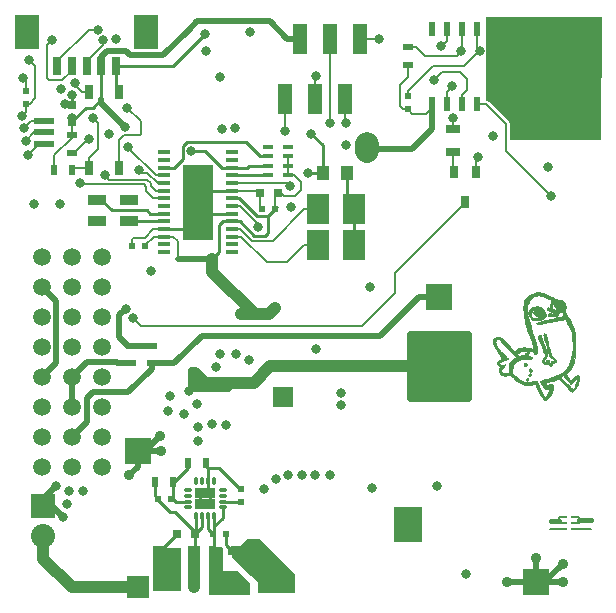
<source format=gbl>
%FSLAX46Y46*%
G04 Gerber Fmt 4.6, Leading zero omitted, Abs format (unit mm)*
G04 Created by KiCad (PCBNEW (2014-10-31 BZR 5243)-product) date Sa 04 Apr 2015 22:31:08 CEST*
%MOMM*%
G01*
G04 APERTURE LIST*
%ADD10C,0.100000*%
%ADD11R,0.800000X1.600000*%
%ADD12R,2.100000X3.000000*%
%ADD13R,2.032000X2.032000*%
%ADD14O,2.032000X2.032000*%
%ADD15R,0.900000X0.900000*%
%ADD16R,0.500000X0.600000*%
%ADD17R,0.750000X0.800000*%
%ADD18R,0.600000X0.500000*%
%ADD19R,0.800000X0.750000*%
%ADD20R,0.900000X0.500000*%
%ADD21R,0.500000X0.900000*%
%ADD22R,1.270000X2.540000*%
%ADD23R,1.300000X0.700000*%
%ADD24R,1.000000X1.250000*%
%ADD25R,0.900000X0.400000*%
%ADD26R,1.800000X0.600000*%
%ADD27R,1.950720X2.499360*%
%ADD28R,0.508000X1.143000*%
%ADD29R,0.800100X1.300480*%
%ADD30R,1.200000X1.000000*%
%ADD31C,1.500000*%
%ADD32R,1.600200X0.899160*%
%ADD33R,0.701040X1.000760*%
%ADD34R,1.000000X1.000000*%
%ADD35R,1.100000X0.400000*%
%ADD36R,4.572000X1.524000*%
%ADD37R,1.000000X1.600000*%
%ADD38O,0.750000X0.300000*%
%ADD39O,0.300000X0.750000*%
%ADD40R,2.235200X2.235200*%
%ADD41R,1.900000X1.900000*%
%ADD42C,0.225000*%
%ADD43C,0.800000*%
%ADD44C,0.889000*%
%ADD45C,1.000000*%
%ADD46C,0.254000*%
%ADD47C,0.203200*%
%ADD48C,0.152400*%
%ADD49C,0.508000*%
%ADD50C,2.000000*%
%ADD51C,0.160000*%
%ADD52C,0.400000*%
%ADD53C,0.500000*%
G04 APERTURE END LIST*
D10*
G36*
X115641339Y-47831582D02*
X115642040Y-47838649D01*
X115648781Y-47891993D01*
X115658960Y-47941277D01*
X115676096Y-47992947D01*
X115703710Y-48053450D01*
X115745319Y-48129233D01*
X115804444Y-48226743D01*
X115884605Y-48352426D01*
X115885111Y-48353200D01*
X115885111Y-47861254D01*
X115898479Y-47738691D01*
X115943278Y-47654826D01*
X116026554Y-47597452D01*
X116041027Y-47591113D01*
X116128862Y-47565813D01*
X116195210Y-47580402D01*
X116255224Y-47640714D01*
X116284542Y-47684878D01*
X116356159Y-47785745D01*
X116462600Y-47915929D01*
X116596225Y-48067558D01*
X116749396Y-48232761D01*
X116914473Y-48403668D01*
X117083818Y-48572407D01*
X117249791Y-48731107D01*
X117404753Y-48871899D01*
X117541065Y-48986909D01*
X117571287Y-49010676D01*
X117662908Y-49081433D01*
X117537026Y-49164813D01*
X117391664Y-49280137D01*
X117254609Y-49423059D01*
X117140479Y-49576437D01*
X117066270Y-49717038D01*
X117032380Y-49815535D01*
X117013030Y-49913247D01*
X117005170Y-50031141D01*
X117004897Y-50139058D01*
X117008128Y-50398893D01*
X116919342Y-50426496D01*
X116777492Y-50465608D01*
X116669775Y-50481146D01*
X116579389Y-50473859D01*
X116491987Y-50445526D01*
X116409619Y-50395353D01*
X116370587Y-50329327D01*
X116375626Y-50244091D01*
X116425473Y-50136283D01*
X116520861Y-50002547D01*
X116612627Y-49894505D01*
X116687805Y-49808120D01*
X116727349Y-49756258D01*
X116734743Y-49732752D01*
X116713472Y-49731436D01*
X116703261Y-49734085D01*
X116586365Y-49759390D01*
X116465650Y-49772173D01*
X116360013Y-49771503D01*
X116288356Y-49756448D01*
X116284852Y-49754699D01*
X116235318Y-49701060D01*
X116227247Y-49629045D01*
X116261839Y-49559843D01*
X116273167Y-49548907D01*
X116329080Y-49517297D01*
X116415360Y-49485245D01*
X116463667Y-49471829D01*
X116545264Y-49446214D01*
X116643384Y-49407238D01*
X116744422Y-49361460D01*
X116834770Y-49315444D01*
X116900822Y-49275749D01*
X116928972Y-49248938D01*
X116929182Y-49247345D01*
X116910526Y-49222833D01*
X116858302Y-49163542D01*
X116777994Y-49075452D01*
X116675081Y-48964542D01*
X116555047Y-48836791D01*
X116484682Y-48762531D01*
X116304193Y-48569104D01*
X116161791Y-48407589D01*
X116053596Y-48272151D01*
X115975727Y-48156956D01*
X115924303Y-48056170D01*
X115895443Y-47963961D01*
X115885266Y-47874494D01*
X115885111Y-47861254D01*
X115885111Y-48353200D01*
X115989320Y-48512730D01*
X116109793Y-48695454D01*
X116473535Y-49246192D01*
X116369823Y-49311639D01*
X116289819Y-49357714D01*
X116219178Y-49391318D01*
X116204938Y-49396484D01*
X116138476Y-49428087D01*
X116070883Y-49473211D01*
X116009003Y-49549495D01*
X115998570Y-49634764D01*
X116036723Y-49722622D01*
X116120600Y-49806672D01*
X116247342Y-49880516D01*
X116254482Y-49883706D01*
X116362532Y-49931378D01*
X116295088Y-49993883D01*
X116223762Y-50095541D01*
X116189032Y-50222896D01*
X116191280Y-50358353D01*
X116230887Y-50484314D01*
X116282825Y-50559326D01*
X116387040Y-50630931D01*
X116532736Y-50672165D01*
X116713258Y-50682126D01*
X116921947Y-50659915D01*
X116965714Y-50651687D01*
X117056194Y-50635014D01*
X117110716Y-50634066D01*
X117148617Y-50653227D01*
X117189230Y-50696877D01*
X117194916Y-50703626D01*
X117244663Y-50753873D01*
X117296380Y-50800496D01*
X117296380Y-50227917D01*
X117310799Y-50104525D01*
X117349257Y-49957335D01*
X117404077Y-49809239D01*
X117467580Y-49683132D01*
X117490965Y-49647695D01*
X117590486Y-49531042D01*
X117705222Y-49440203D01*
X117843159Y-49372184D01*
X118012280Y-49323990D01*
X118220572Y-49292627D01*
X118476020Y-49275101D01*
X118485672Y-49274711D01*
X118651613Y-49267226D01*
X118770761Y-49259071D01*
X118852761Y-49248802D01*
X118907261Y-49234980D01*
X118943907Y-49216162D01*
X118959061Y-49203966D01*
X118995272Y-49159347D01*
X118997278Y-49129835D01*
X118952211Y-49105692D01*
X118870223Y-49074312D01*
X118769350Y-49041331D01*
X118667629Y-49012389D01*
X118583095Y-48993123D01*
X118544943Y-48988433D01*
X118493408Y-48985629D01*
X118494656Y-48976707D01*
X118529299Y-48961729D01*
X118604509Y-48905129D01*
X118667134Y-48808770D01*
X118692185Y-48743277D01*
X118698782Y-48700552D01*
X118674534Y-48683002D01*
X118614263Y-48679777D01*
X118517488Y-48696810D01*
X118438940Y-48740835D01*
X118387668Y-48801239D01*
X118372718Y-48867409D01*
X118402533Y-48928133D01*
X118409354Y-48946970D01*
X118377672Y-48957572D01*
X118299931Y-48961733D01*
X118259808Y-48962000D01*
X118139193Y-48967531D01*
X118018669Y-48981740D01*
X117955304Y-48994208D01*
X117874996Y-49011540D01*
X117823838Y-49007165D01*
X117776618Y-48974551D01*
X117739211Y-48938236D01*
X117686141Y-48882618D01*
X117669450Y-48850192D01*
X117685081Y-48824769D01*
X117706460Y-48807542D01*
X117805962Y-48745449D01*
X117937685Y-48681994D01*
X118078568Y-48627215D01*
X118201534Y-48592002D01*
X118338486Y-48575181D01*
X118507835Y-48572586D01*
X118687683Y-48583024D01*
X118856128Y-48605305D01*
X118979391Y-48634342D01*
X119065342Y-48665092D01*
X119111970Y-48696586D01*
X119134875Y-48742593D01*
X119142948Y-48778725D01*
X119162295Y-48845967D01*
X119196037Y-48873078D01*
X119237779Y-48876901D01*
X119304762Y-48872088D01*
X119350474Y-48852418D01*
X119379430Y-48808698D01*
X119396147Y-48731737D01*
X119405139Y-48612343D01*
X119408282Y-48529817D01*
X119417786Y-48236602D01*
X119134798Y-47378690D01*
X118996374Y-46953555D01*
X118877948Y-46577135D01*
X118778740Y-46245665D01*
X118697970Y-45955380D01*
X118634860Y-45702512D01*
X118588629Y-45483297D01*
X118558499Y-45293967D01*
X118543690Y-45130759D01*
X118543423Y-44989905D01*
X118556918Y-44867640D01*
X118583396Y-44760198D01*
X118589258Y-44742777D01*
X118628952Y-44647197D01*
X118686864Y-44528580D01*
X118750935Y-44411525D01*
X118755288Y-44404111D01*
X118879330Y-44215223D01*
X119002674Y-44076250D01*
X119134214Y-43981478D01*
X119282841Y-43925198D01*
X119457447Y-43901700D01*
X119539889Y-43900225D01*
X119660343Y-43906094D01*
X119777041Y-43923777D01*
X119900455Y-43956618D01*
X120041057Y-44007959D01*
X120209320Y-44081145D01*
X120415718Y-44179518D01*
X120417490Y-44180386D01*
X120679156Y-44308522D01*
X120582245Y-44510742D01*
X120519431Y-44660854D01*
X120489473Y-44784776D01*
X120485333Y-44848539D01*
X120485333Y-44984116D01*
X120398639Y-44939284D01*
X120315356Y-44915012D01*
X120258690Y-44936966D01*
X120235571Y-45001043D01*
X120236962Y-45035069D01*
X120248845Y-45071266D01*
X120281092Y-45107482D01*
X120342263Y-45150057D01*
X120440918Y-45205327D01*
X120527480Y-45250187D01*
X120677525Y-45331394D01*
X120687326Y-45337846D01*
X120687326Y-44883070D01*
X120692406Y-44809454D01*
X120713572Y-44700034D01*
X120746991Y-44592012D01*
X120756243Y-44569565D01*
X120804787Y-44460555D01*
X120825473Y-44609138D01*
X120868346Y-44760506D01*
X120946740Y-44886533D01*
X121052025Y-44974280D01*
X121077444Y-44986944D01*
X121144549Y-45023661D01*
X121156413Y-45050913D01*
X121113165Y-45070199D01*
X121085055Y-45075341D01*
X120950114Y-45091209D01*
X120856438Y-45088957D01*
X120791157Y-45066455D01*
X120741406Y-45021571D01*
X120738494Y-45017944D01*
X120699390Y-44954162D01*
X120687326Y-44883070D01*
X120687326Y-45337846D01*
X120774493Y-45395236D01*
X120818814Y-45442319D01*
X120810920Y-45473245D01*
X120751240Y-45488618D01*
X120699069Y-45490666D01*
X120619896Y-45487850D01*
X120582075Y-45473928D01*
X120570586Y-45440691D01*
X120570000Y-45420111D01*
X120552824Y-45364083D01*
X120506454Y-45350798D01*
X120438633Y-45380313D01*
X120390677Y-45418763D01*
X120330612Y-45497205D01*
X120321662Y-45569288D01*
X120364192Y-45627863D01*
X120379500Y-45637665D01*
X120450747Y-45659192D01*
X120561078Y-45671514D01*
X120693951Y-45675014D01*
X120832826Y-45670075D01*
X120961164Y-45657082D01*
X121062422Y-45636418D01*
X121102551Y-45620897D01*
X121164463Y-45582146D01*
X121187401Y-45540208D01*
X121184185Y-45470047D01*
X121183286Y-45463238D01*
X121168915Y-45356093D01*
X121325720Y-45324602D01*
X121436399Y-45303670D01*
X121505596Y-45299441D01*
X121547223Y-45317793D01*
X121575194Y-45364602D01*
X121601954Y-45441277D01*
X121631469Y-45530306D01*
X121654914Y-45599704D01*
X121663686Y-45624722D01*
X121650949Y-45652079D01*
X121598258Y-45659999D01*
X121539283Y-45666961D01*
X121433707Y-45686560D01*
X121289464Y-45716872D01*
X121114487Y-45755970D01*
X120916709Y-45801927D01*
X120704062Y-45852819D01*
X120484480Y-45906718D01*
X120265896Y-45961699D01*
X120056242Y-46015836D01*
X119863452Y-46067201D01*
X119695458Y-46113870D01*
X119560193Y-46153917D01*
X119546944Y-46158058D01*
X119422775Y-46201023D01*
X119352274Y-46235657D01*
X119333577Y-46263740D01*
X119364821Y-46287050D01*
X119400387Y-46297925D01*
X119437575Y-46304316D01*
X119486256Y-46306391D01*
X119551428Y-46303433D01*
X119638091Y-46294725D01*
X119751242Y-46279551D01*
X119895880Y-46257194D01*
X120077003Y-46226936D01*
X120299611Y-46188061D01*
X120568701Y-46139852D01*
X120817895Y-46094611D01*
X121047790Y-46052957D01*
X121259463Y-46015080D01*
X121446672Y-45982060D01*
X121603175Y-45954977D01*
X121722731Y-45934912D01*
X121799098Y-45922945D01*
X121826012Y-45920105D01*
X121838633Y-45947177D01*
X121870341Y-46018705D01*
X121917905Y-46127299D01*
X121978096Y-46265570D01*
X122047683Y-46426128D01*
X122088583Y-46520777D01*
X122344427Y-47113444D01*
X122389758Y-47590985D01*
X122416531Y-48034621D01*
X122411305Y-48455544D01*
X122374913Y-48849341D01*
X122308190Y-49211598D01*
X122211969Y-49537902D01*
X122087084Y-49823841D01*
X121934370Y-50065001D01*
X121918356Y-50085534D01*
X121814421Y-50195238D01*
X121670995Y-50316966D01*
X121500844Y-50441410D01*
X121316737Y-50559261D01*
X121131440Y-50661213D01*
X121122827Y-50665502D01*
X120936138Y-50747037D01*
X120710636Y-50828016D01*
X120463739Y-50902956D01*
X120212861Y-50966375D01*
X120076111Y-50995008D01*
X119918793Y-51034416D01*
X119792478Y-51084672D01*
X119707529Y-51141193D01*
X119685385Y-51167733D01*
X119676627Y-51205494D01*
X119693772Y-51260784D01*
X119740977Y-51344971D01*
X119762807Y-51379399D01*
X119832929Y-51489285D01*
X119904814Y-51603772D01*
X119950343Y-51677563D01*
X120026222Y-51778997D01*
X120104517Y-51827927D01*
X120196495Y-51827594D01*
X120312424Y-51781752D01*
X120390126Y-51742077D01*
X120446067Y-51713631D01*
X120461883Y-51705672D01*
X120467967Y-51721598D01*
X120455701Y-51778060D01*
X120428876Y-51863671D01*
X120391286Y-51967047D01*
X120346723Y-52076803D01*
X120313513Y-52151111D01*
X120228141Y-52310378D01*
X120147088Y-52413729D01*
X120070491Y-52461089D01*
X119998486Y-52452381D01*
X119931208Y-52387530D01*
X119919577Y-52369833D01*
X119817443Y-52183327D01*
X119708838Y-51942900D01*
X119594660Y-51650590D01*
X119557646Y-51547987D01*
X119426310Y-51177444D01*
X119262999Y-51168939D01*
X119153546Y-51170384D01*
X119016738Y-51182100D01*
X118880209Y-51201629D01*
X118866033Y-51204217D01*
X118646516Y-51237114D01*
X118463393Y-51242632D01*
X118301967Y-51217391D01*
X118147545Y-51158013D01*
X117985433Y-51061120D01*
X117866282Y-50974362D01*
X117684674Y-50832047D01*
X117545196Y-50713563D01*
X117442612Y-50612051D01*
X117371683Y-50520649D01*
X117327171Y-50432496D01*
X117303837Y-50340731D01*
X117296443Y-50238493D01*
X117296380Y-50227917D01*
X117296380Y-50800496D01*
X117328297Y-50829270D01*
X117434844Y-50920714D01*
X117553330Y-51019099D01*
X117672782Y-51115321D01*
X117782225Y-51200276D01*
X117870686Y-51264858D01*
X117874778Y-51267675D01*
X117940931Y-51305609D01*
X118040931Y-51354487D01*
X118155864Y-51405193D01*
X118185222Y-51417293D01*
X118342869Y-51472829D01*
X118487453Y-51502162D01*
X118635476Y-51505866D01*
X118803439Y-51484514D01*
X118982702Y-51444992D01*
X119095881Y-51418229D01*
X119186339Y-51399380D01*
X119241708Y-51390886D01*
X119252871Y-51391665D01*
X119266596Y-51419976D01*
X119299252Y-51491522D01*
X119347048Y-51597869D01*
X119406192Y-51730583D01*
X119466737Y-51867294D01*
X119566126Y-52087256D01*
X119651226Y-52262994D01*
X119727065Y-52403320D01*
X119798670Y-52517046D01*
X119871069Y-52612985D01*
X119930516Y-52680277D01*
X120017666Y-52750741D01*
X120101242Y-52766768D01*
X120190136Y-52728973D01*
X120226988Y-52700770D01*
X120301381Y-52623592D01*
X120389663Y-52510063D01*
X120482113Y-52375099D01*
X120569010Y-52233620D01*
X120640634Y-52100542D01*
X120684703Y-51998301D01*
X120740791Y-51805655D01*
X120762178Y-51649174D01*
X120748596Y-51531982D01*
X120728398Y-51488774D01*
X120689131Y-51443617D01*
X120636106Y-51422948D01*
X120548279Y-51418571D01*
X120548183Y-51418572D01*
X120437257Y-51428810D01*
X120326748Y-51452733D01*
X120301889Y-51460841D01*
X120229006Y-51484500D01*
X120185214Y-51483479D01*
X120147034Y-51453648D01*
X120125500Y-51429806D01*
X120082016Y-51371188D01*
X120062128Y-51326089D01*
X120062000Y-51323780D01*
X120087999Y-51301761D01*
X120158689Y-51274342D01*
X120263108Y-51245548D01*
X120294833Y-51238245D01*
X120520112Y-51181390D01*
X120743492Y-51112460D01*
X120946014Y-51037769D01*
X121089062Y-50973733D01*
X121227125Y-50904321D01*
X121303602Y-50984438D01*
X121345560Y-51028763D01*
X121397642Y-51084054D01*
X121397642Y-50804973D01*
X121429775Y-50778460D01*
X121492558Y-50739803D01*
X121516099Y-50726889D01*
X121620205Y-50671445D01*
X121680714Y-50754588D01*
X121754337Y-50850951D01*
X121842118Y-50958526D01*
X121936209Y-51068576D01*
X122028763Y-51172361D01*
X122111934Y-51261145D01*
X122177875Y-51326188D01*
X122218739Y-51358754D01*
X122225162Y-51360888D01*
X122244091Y-51358807D01*
X122265700Y-51348583D01*
X122296339Y-51324243D01*
X122342355Y-51279817D01*
X122410095Y-51209332D01*
X122505909Y-51106817D01*
X122578848Y-51028167D01*
X122685619Y-50916665D01*
X122760571Y-50849916D01*
X122806241Y-50829515D01*
X122825165Y-50857059D01*
X122819882Y-50934143D01*
X122792929Y-51062364D01*
X122771331Y-51149232D01*
X122713309Y-51346858D01*
X122649000Y-51515042D01*
X122581677Y-51647645D01*
X122514614Y-51738531D01*
X122451086Y-51781560D01*
X122432599Y-51784222D01*
X122391632Y-51766636D01*
X122320616Y-51719372D01*
X122231315Y-51650672D01*
X122175918Y-51604372D01*
X122072612Y-51512322D01*
X121957888Y-51404948D01*
X121838463Y-51289152D01*
X121721054Y-51171832D01*
X121612379Y-51059890D01*
X121519156Y-50960224D01*
X121448102Y-50879734D01*
X121405935Y-50825321D01*
X121397642Y-50804973D01*
X121397642Y-51084054D01*
X121419113Y-51106848D01*
X121517270Y-51211259D01*
X121633043Y-51334557D01*
X121759441Y-51469307D01*
X121797746Y-51510168D01*
X121925862Y-51645541D01*
X122045874Y-51769905D01*
X122150775Y-51876191D01*
X122233557Y-51957328D01*
X122287213Y-52006244D01*
X122296786Y-52013724D01*
X122355297Y-52050419D01*
X122396581Y-52053867D01*
X122446373Y-52026971D01*
X122547886Y-51944862D01*
X122638946Y-51834681D01*
X122728034Y-51685275D01*
X122770461Y-51600777D01*
X122851175Y-51410894D01*
X122911425Y-51223314D01*
X122949707Y-51047389D01*
X122964520Y-50892471D01*
X122954358Y-50767911D01*
X122917923Y-50683313D01*
X122866958Y-50620373D01*
X122741534Y-50684213D01*
X122662230Y-50735080D01*
X122563526Y-50813195D01*
X122463722Y-50903798D01*
X122439958Y-50927470D01*
X122359264Y-51007335D01*
X122292703Y-51068912D01*
X122250440Y-51102984D01*
X122242110Y-51106888D01*
X122218831Y-51084857D01*
X122171246Y-51024797D01*
X122106184Y-50935763D01*
X122030472Y-50826807D01*
X122026939Y-50821602D01*
X121833462Y-50536316D01*
X122017049Y-50370622D01*
X122142000Y-50251436D01*
X122240770Y-50139080D01*
X122319828Y-50021755D01*
X122385643Y-49887666D01*
X122444682Y-49725016D01*
X122503413Y-49522008D01*
X122522762Y-49448289D01*
X122637340Y-49004333D01*
X122651353Y-48135426D01*
X122655097Y-47836373D01*
X122655752Y-47590447D01*
X122653259Y-47394413D01*
X122647557Y-47245036D01*
X122638587Y-47139080D01*
X122632158Y-47097729D01*
X122608208Y-47014291D01*
X122562874Y-46890352D01*
X122500548Y-46735624D01*
X122425622Y-46559822D01*
X122342488Y-46372658D01*
X122255539Y-46183847D01*
X122169165Y-46003103D01*
X122087759Y-45840138D01*
X122015713Y-45704666D01*
X121958845Y-45608589D01*
X121874670Y-45471293D01*
X121822253Y-45361398D01*
X121797321Y-45262861D01*
X121795599Y-45159636D01*
X121810169Y-45050565D01*
X121825182Y-44838417D01*
X121794421Y-44652262D01*
X121721071Y-44496321D01*
X121608321Y-44374813D01*
X121459356Y-44291958D01*
X121277363Y-44251975D01*
X121204744Y-44248888D01*
X121145845Y-44246737D01*
X121088213Y-44238027D01*
X121023042Y-44219372D01*
X120941529Y-44187386D01*
X120834870Y-44138684D01*
X120694262Y-44069879D01*
X120547671Y-43996193D01*
X120290659Y-43870404D01*
X120073311Y-43773877D01*
X119888478Y-43704330D01*
X119729015Y-43659482D01*
X119587774Y-43637053D01*
X119457610Y-43634762D01*
X119423222Y-43637320D01*
X119208744Y-43680892D01*
X118982007Y-43769337D01*
X118754898Y-43896510D01*
X118539302Y-44056263D01*
X118440494Y-44145510D01*
X118375704Y-44217298D01*
X118327506Y-44296254D01*
X118293662Y-44391784D01*
X118271937Y-44513292D01*
X118260094Y-44670182D01*
X118255897Y-44871860D01*
X118255778Y-44922350D01*
X118267737Y-45274169D01*
X118304682Y-45640076D01*
X118368216Y-46033736D01*
X118411558Y-46250464D01*
X118448682Y-46417627D01*
X118485940Y-46562869D01*
X118527943Y-46699342D01*
X118579303Y-46840201D01*
X118644632Y-46998599D01*
X118728541Y-47187687D01*
X118778462Y-47296888D01*
X118839888Y-47440416D01*
X118900076Y-47599007D01*
X118956707Y-47764265D01*
X119007464Y-47927793D01*
X119050030Y-48081194D01*
X119082085Y-48216073D01*
X119101313Y-48324031D01*
X119105396Y-48396673D01*
X119092015Y-48425603D01*
X119090085Y-48425777D01*
X119058353Y-48419873D01*
X118987249Y-48404414D01*
X118894872Y-48383371D01*
X118761777Y-48355399D01*
X118616333Y-48329101D01*
X118533288Y-48316314D01*
X118321661Y-48305225D01*
X118108935Y-48326666D01*
X117908123Y-48377160D01*
X117732235Y-48453228D01*
X117594282Y-48551392D01*
X117572614Y-48573130D01*
X117486763Y-48665033D01*
X117373266Y-48538350D01*
X117316433Y-48474054D01*
X117231774Y-48377179D01*
X117128213Y-48257989D01*
X117014673Y-48126744D01*
X116935376Y-48034754D01*
X116815976Y-47900250D01*
X116694831Y-47771178D01*
X116582235Y-47657999D01*
X116488481Y-47571174D01*
X116442499Y-47533810D01*
X116347440Y-47467494D01*
X116275472Y-47430031D01*
X116206766Y-47413616D01*
X116128951Y-47410397D01*
X115957419Y-47431117D01*
X115817369Y-47488453D01*
X115714323Y-47577548D01*
X115653805Y-47693544D01*
X115641339Y-47831582D01*
X115641339Y-47831582D01*
X115641339Y-47831582D01*
G37*
X115641339Y-47831582D02*
X115642040Y-47838649D01*
X115648781Y-47891993D01*
X115658960Y-47941277D01*
X115676096Y-47992947D01*
X115703710Y-48053450D01*
X115745319Y-48129233D01*
X115804444Y-48226743D01*
X115884605Y-48352426D01*
X115885111Y-48353200D01*
X115885111Y-47861254D01*
X115898479Y-47738691D01*
X115943278Y-47654826D01*
X116026554Y-47597452D01*
X116041027Y-47591113D01*
X116128862Y-47565813D01*
X116195210Y-47580402D01*
X116255224Y-47640714D01*
X116284542Y-47684878D01*
X116356159Y-47785745D01*
X116462600Y-47915929D01*
X116596225Y-48067558D01*
X116749396Y-48232761D01*
X116914473Y-48403668D01*
X117083818Y-48572407D01*
X117249791Y-48731107D01*
X117404753Y-48871899D01*
X117541065Y-48986909D01*
X117571287Y-49010676D01*
X117662908Y-49081433D01*
X117537026Y-49164813D01*
X117391664Y-49280137D01*
X117254609Y-49423059D01*
X117140479Y-49576437D01*
X117066270Y-49717038D01*
X117032380Y-49815535D01*
X117013030Y-49913247D01*
X117005170Y-50031141D01*
X117004897Y-50139058D01*
X117008128Y-50398893D01*
X116919342Y-50426496D01*
X116777492Y-50465608D01*
X116669775Y-50481146D01*
X116579389Y-50473859D01*
X116491987Y-50445526D01*
X116409619Y-50395353D01*
X116370587Y-50329327D01*
X116375626Y-50244091D01*
X116425473Y-50136283D01*
X116520861Y-50002547D01*
X116612627Y-49894505D01*
X116687805Y-49808120D01*
X116727349Y-49756258D01*
X116734743Y-49732752D01*
X116713472Y-49731436D01*
X116703261Y-49734085D01*
X116586365Y-49759390D01*
X116465650Y-49772173D01*
X116360013Y-49771503D01*
X116288356Y-49756448D01*
X116284852Y-49754699D01*
X116235318Y-49701060D01*
X116227247Y-49629045D01*
X116261839Y-49559843D01*
X116273167Y-49548907D01*
X116329080Y-49517297D01*
X116415360Y-49485245D01*
X116463667Y-49471829D01*
X116545264Y-49446214D01*
X116643384Y-49407238D01*
X116744422Y-49361460D01*
X116834770Y-49315444D01*
X116900822Y-49275749D01*
X116928972Y-49248938D01*
X116929182Y-49247345D01*
X116910526Y-49222833D01*
X116858302Y-49163542D01*
X116777994Y-49075452D01*
X116675081Y-48964542D01*
X116555047Y-48836791D01*
X116484682Y-48762531D01*
X116304193Y-48569104D01*
X116161791Y-48407589D01*
X116053596Y-48272151D01*
X115975727Y-48156956D01*
X115924303Y-48056170D01*
X115895443Y-47963961D01*
X115885266Y-47874494D01*
X115885111Y-47861254D01*
X115885111Y-48353200D01*
X115989320Y-48512730D01*
X116109793Y-48695454D01*
X116473535Y-49246192D01*
X116369823Y-49311639D01*
X116289819Y-49357714D01*
X116219178Y-49391318D01*
X116204938Y-49396484D01*
X116138476Y-49428087D01*
X116070883Y-49473211D01*
X116009003Y-49549495D01*
X115998570Y-49634764D01*
X116036723Y-49722622D01*
X116120600Y-49806672D01*
X116247342Y-49880516D01*
X116254482Y-49883706D01*
X116362532Y-49931378D01*
X116295088Y-49993883D01*
X116223762Y-50095541D01*
X116189032Y-50222896D01*
X116191280Y-50358353D01*
X116230887Y-50484314D01*
X116282825Y-50559326D01*
X116387040Y-50630931D01*
X116532736Y-50672165D01*
X116713258Y-50682126D01*
X116921947Y-50659915D01*
X116965714Y-50651687D01*
X117056194Y-50635014D01*
X117110716Y-50634066D01*
X117148617Y-50653227D01*
X117189230Y-50696877D01*
X117194916Y-50703626D01*
X117244663Y-50753873D01*
X117296380Y-50800496D01*
X117296380Y-50227917D01*
X117310799Y-50104525D01*
X117349257Y-49957335D01*
X117404077Y-49809239D01*
X117467580Y-49683132D01*
X117490965Y-49647695D01*
X117590486Y-49531042D01*
X117705222Y-49440203D01*
X117843159Y-49372184D01*
X118012280Y-49323990D01*
X118220572Y-49292627D01*
X118476020Y-49275101D01*
X118485672Y-49274711D01*
X118651613Y-49267226D01*
X118770761Y-49259071D01*
X118852761Y-49248802D01*
X118907261Y-49234980D01*
X118943907Y-49216162D01*
X118959061Y-49203966D01*
X118995272Y-49159347D01*
X118997278Y-49129835D01*
X118952211Y-49105692D01*
X118870223Y-49074312D01*
X118769350Y-49041331D01*
X118667629Y-49012389D01*
X118583095Y-48993123D01*
X118544943Y-48988433D01*
X118493408Y-48985629D01*
X118494656Y-48976707D01*
X118529299Y-48961729D01*
X118604509Y-48905129D01*
X118667134Y-48808770D01*
X118692185Y-48743277D01*
X118698782Y-48700552D01*
X118674534Y-48683002D01*
X118614263Y-48679777D01*
X118517488Y-48696810D01*
X118438940Y-48740835D01*
X118387668Y-48801239D01*
X118372718Y-48867409D01*
X118402533Y-48928133D01*
X118409354Y-48946970D01*
X118377672Y-48957572D01*
X118299931Y-48961733D01*
X118259808Y-48962000D01*
X118139193Y-48967531D01*
X118018669Y-48981740D01*
X117955304Y-48994208D01*
X117874996Y-49011540D01*
X117823838Y-49007165D01*
X117776618Y-48974551D01*
X117739211Y-48938236D01*
X117686141Y-48882618D01*
X117669450Y-48850192D01*
X117685081Y-48824769D01*
X117706460Y-48807542D01*
X117805962Y-48745449D01*
X117937685Y-48681994D01*
X118078568Y-48627215D01*
X118201534Y-48592002D01*
X118338486Y-48575181D01*
X118507835Y-48572586D01*
X118687683Y-48583024D01*
X118856128Y-48605305D01*
X118979391Y-48634342D01*
X119065342Y-48665092D01*
X119111970Y-48696586D01*
X119134875Y-48742593D01*
X119142948Y-48778725D01*
X119162295Y-48845967D01*
X119196037Y-48873078D01*
X119237779Y-48876901D01*
X119304762Y-48872088D01*
X119350474Y-48852418D01*
X119379430Y-48808698D01*
X119396147Y-48731737D01*
X119405139Y-48612343D01*
X119408282Y-48529817D01*
X119417786Y-48236602D01*
X119134798Y-47378690D01*
X118996374Y-46953555D01*
X118877948Y-46577135D01*
X118778740Y-46245665D01*
X118697970Y-45955380D01*
X118634860Y-45702512D01*
X118588629Y-45483297D01*
X118558499Y-45293967D01*
X118543690Y-45130759D01*
X118543423Y-44989905D01*
X118556918Y-44867640D01*
X118583396Y-44760198D01*
X118589258Y-44742777D01*
X118628952Y-44647197D01*
X118686864Y-44528580D01*
X118750935Y-44411525D01*
X118755288Y-44404111D01*
X118879330Y-44215223D01*
X119002674Y-44076250D01*
X119134214Y-43981478D01*
X119282841Y-43925198D01*
X119457447Y-43901700D01*
X119539889Y-43900225D01*
X119660343Y-43906094D01*
X119777041Y-43923777D01*
X119900455Y-43956618D01*
X120041057Y-44007959D01*
X120209320Y-44081145D01*
X120415718Y-44179518D01*
X120417490Y-44180386D01*
X120679156Y-44308522D01*
X120582245Y-44510742D01*
X120519431Y-44660854D01*
X120489473Y-44784776D01*
X120485333Y-44848539D01*
X120485333Y-44984116D01*
X120398639Y-44939284D01*
X120315356Y-44915012D01*
X120258690Y-44936966D01*
X120235571Y-45001043D01*
X120236962Y-45035069D01*
X120248845Y-45071266D01*
X120281092Y-45107482D01*
X120342263Y-45150057D01*
X120440918Y-45205327D01*
X120527480Y-45250187D01*
X120677525Y-45331394D01*
X120687326Y-45337846D01*
X120687326Y-44883070D01*
X120692406Y-44809454D01*
X120713572Y-44700034D01*
X120746991Y-44592012D01*
X120756243Y-44569565D01*
X120804787Y-44460555D01*
X120825473Y-44609138D01*
X120868346Y-44760506D01*
X120946740Y-44886533D01*
X121052025Y-44974280D01*
X121077444Y-44986944D01*
X121144549Y-45023661D01*
X121156413Y-45050913D01*
X121113165Y-45070199D01*
X121085055Y-45075341D01*
X120950114Y-45091209D01*
X120856438Y-45088957D01*
X120791157Y-45066455D01*
X120741406Y-45021571D01*
X120738494Y-45017944D01*
X120699390Y-44954162D01*
X120687326Y-44883070D01*
X120687326Y-45337846D01*
X120774493Y-45395236D01*
X120818814Y-45442319D01*
X120810920Y-45473245D01*
X120751240Y-45488618D01*
X120699069Y-45490666D01*
X120619896Y-45487850D01*
X120582075Y-45473928D01*
X120570586Y-45440691D01*
X120570000Y-45420111D01*
X120552824Y-45364083D01*
X120506454Y-45350798D01*
X120438633Y-45380313D01*
X120390677Y-45418763D01*
X120330612Y-45497205D01*
X120321662Y-45569288D01*
X120364192Y-45627863D01*
X120379500Y-45637665D01*
X120450747Y-45659192D01*
X120561078Y-45671514D01*
X120693951Y-45675014D01*
X120832826Y-45670075D01*
X120961164Y-45657082D01*
X121062422Y-45636418D01*
X121102551Y-45620897D01*
X121164463Y-45582146D01*
X121187401Y-45540208D01*
X121184185Y-45470047D01*
X121183286Y-45463238D01*
X121168915Y-45356093D01*
X121325720Y-45324602D01*
X121436399Y-45303670D01*
X121505596Y-45299441D01*
X121547223Y-45317793D01*
X121575194Y-45364602D01*
X121601954Y-45441277D01*
X121631469Y-45530306D01*
X121654914Y-45599704D01*
X121663686Y-45624722D01*
X121650949Y-45652079D01*
X121598258Y-45659999D01*
X121539283Y-45666961D01*
X121433707Y-45686560D01*
X121289464Y-45716872D01*
X121114487Y-45755970D01*
X120916709Y-45801927D01*
X120704062Y-45852819D01*
X120484480Y-45906718D01*
X120265896Y-45961699D01*
X120056242Y-46015836D01*
X119863452Y-46067201D01*
X119695458Y-46113870D01*
X119560193Y-46153917D01*
X119546944Y-46158058D01*
X119422775Y-46201023D01*
X119352274Y-46235657D01*
X119333577Y-46263740D01*
X119364821Y-46287050D01*
X119400387Y-46297925D01*
X119437575Y-46304316D01*
X119486256Y-46306391D01*
X119551428Y-46303433D01*
X119638091Y-46294725D01*
X119751242Y-46279551D01*
X119895880Y-46257194D01*
X120077003Y-46226936D01*
X120299611Y-46188061D01*
X120568701Y-46139852D01*
X120817895Y-46094611D01*
X121047790Y-46052957D01*
X121259463Y-46015080D01*
X121446672Y-45982060D01*
X121603175Y-45954977D01*
X121722731Y-45934912D01*
X121799098Y-45922945D01*
X121826012Y-45920105D01*
X121838633Y-45947177D01*
X121870341Y-46018705D01*
X121917905Y-46127299D01*
X121978096Y-46265570D01*
X122047683Y-46426128D01*
X122088583Y-46520777D01*
X122344427Y-47113444D01*
X122389758Y-47590985D01*
X122416531Y-48034621D01*
X122411305Y-48455544D01*
X122374913Y-48849341D01*
X122308190Y-49211598D01*
X122211969Y-49537902D01*
X122087084Y-49823841D01*
X121934370Y-50065001D01*
X121918356Y-50085534D01*
X121814421Y-50195238D01*
X121670995Y-50316966D01*
X121500844Y-50441410D01*
X121316737Y-50559261D01*
X121131440Y-50661213D01*
X121122827Y-50665502D01*
X120936138Y-50747037D01*
X120710636Y-50828016D01*
X120463739Y-50902956D01*
X120212861Y-50966375D01*
X120076111Y-50995008D01*
X119918793Y-51034416D01*
X119792478Y-51084672D01*
X119707529Y-51141193D01*
X119685385Y-51167733D01*
X119676627Y-51205494D01*
X119693772Y-51260784D01*
X119740977Y-51344971D01*
X119762807Y-51379399D01*
X119832929Y-51489285D01*
X119904814Y-51603772D01*
X119950343Y-51677563D01*
X120026222Y-51778997D01*
X120104517Y-51827927D01*
X120196495Y-51827594D01*
X120312424Y-51781752D01*
X120390126Y-51742077D01*
X120446067Y-51713631D01*
X120461883Y-51705672D01*
X120467967Y-51721598D01*
X120455701Y-51778060D01*
X120428876Y-51863671D01*
X120391286Y-51967047D01*
X120346723Y-52076803D01*
X120313513Y-52151111D01*
X120228141Y-52310378D01*
X120147088Y-52413729D01*
X120070491Y-52461089D01*
X119998486Y-52452381D01*
X119931208Y-52387530D01*
X119919577Y-52369833D01*
X119817443Y-52183327D01*
X119708838Y-51942900D01*
X119594660Y-51650590D01*
X119557646Y-51547987D01*
X119426310Y-51177444D01*
X119262999Y-51168939D01*
X119153546Y-51170384D01*
X119016738Y-51182100D01*
X118880209Y-51201629D01*
X118866033Y-51204217D01*
X118646516Y-51237114D01*
X118463393Y-51242632D01*
X118301967Y-51217391D01*
X118147545Y-51158013D01*
X117985433Y-51061120D01*
X117866282Y-50974362D01*
X117684674Y-50832047D01*
X117545196Y-50713563D01*
X117442612Y-50612051D01*
X117371683Y-50520649D01*
X117327171Y-50432496D01*
X117303837Y-50340731D01*
X117296443Y-50238493D01*
X117296380Y-50227917D01*
X117296380Y-50800496D01*
X117328297Y-50829270D01*
X117434844Y-50920714D01*
X117553330Y-51019099D01*
X117672782Y-51115321D01*
X117782225Y-51200276D01*
X117870686Y-51264858D01*
X117874778Y-51267675D01*
X117940931Y-51305609D01*
X118040931Y-51354487D01*
X118155864Y-51405193D01*
X118185222Y-51417293D01*
X118342869Y-51472829D01*
X118487453Y-51502162D01*
X118635476Y-51505866D01*
X118803439Y-51484514D01*
X118982702Y-51444992D01*
X119095881Y-51418229D01*
X119186339Y-51399380D01*
X119241708Y-51390886D01*
X119252871Y-51391665D01*
X119266596Y-51419976D01*
X119299252Y-51491522D01*
X119347048Y-51597869D01*
X119406192Y-51730583D01*
X119466737Y-51867294D01*
X119566126Y-52087256D01*
X119651226Y-52262994D01*
X119727065Y-52403320D01*
X119798670Y-52517046D01*
X119871069Y-52612985D01*
X119930516Y-52680277D01*
X120017666Y-52750741D01*
X120101242Y-52766768D01*
X120190136Y-52728973D01*
X120226988Y-52700770D01*
X120301381Y-52623592D01*
X120389663Y-52510063D01*
X120482113Y-52375099D01*
X120569010Y-52233620D01*
X120640634Y-52100542D01*
X120684703Y-51998301D01*
X120740791Y-51805655D01*
X120762178Y-51649174D01*
X120748596Y-51531982D01*
X120728398Y-51488774D01*
X120689131Y-51443617D01*
X120636106Y-51422948D01*
X120548279Y-51418571D01*
X120548183Y-51418572D01*
X120437257Y-51428810D01*
X120326748Y-51452733D01*
X120301889Y-51460841D01*
X120229006Y-51484500D01*
X120185214Y-51483479D01*
X120147034Y-51453648D01*
X120125500Y-51429806D01*
X120082016Y-51371188D01*
X120062128Y-51326089D01*
X120062000Y-51323780D01*
X120087999Y-51301761D01*
X120158689Y-51274342D01*
X120263108Y-51245548D01*
X120294833Y-51238245D01*
X120520112Y-51181390D01*
X120743492Y-51112460D01*
X120946014Y-51037769D01*
X121089062Y-50973733D01*
X121227125Y-50904321D01*
X121303602Y-50984438D01*
X121345560Y-51028763D01*
X121397642Y-51084054D01*
X121397642Y-50804973D01*
X121429775Y-50778460D01*
X121492558Y-50739803D01*
X121516099Y-50726889D01*
X121620205Y-50671445D01*
X121680714Y-50754588D01*
X121754337Y-50850951D01*
X121842118Y-50958526D01*
X121936209Y-51068576D01*
X122028763Y-51172361D01*
X122111934Y-51261145D01*
X122177875Y-51326188D01*
X122218739Y-51358754D01*
X122225162Y-51360888D01*
X122244091Y-51358807D01*
X122265700Y-51348583D01*
X122296339Y-51324243D01*
X122342355Y-51279817D01*
X122410095Y-51209332D01*
X122505909Y-51106817D01*
X122578848Y-51028167D01*
X122685619Y-50916665D01*
X122760571Y-50849916D01*
X122806241Y-50829515D01*
X122825165Y-50857059D01*
X122819882Y-50934143D01*
X122792929Y-51062364D01*
X122771331Y-51149232D01*
X122713309Y-51346858D01*
X122649000Y-51515042D01*
X122581677Y-51647645D01*
X122514614Y-51738531D01*
X122451086Y-51781560D01*
X122432599Y-51784222D01*
X122391632Y-51766636D01*
X122320616Y-51719372D01*
X122231315Y-51650672D01*
X122175918Y-51604372D01*
X122072612Y-51512322D01*
X121957888Y-51404948D01*
X121838463Y-51289152D01*
X121721054Y-51171832D01*
X121612379Y-51059890D01*
X121519156Y-50960224D01*
X121448102Y-50879734D01*
X121405935Y-50825321D01*
X121397642Y-50804973D01*
X121397642Y-51084054D01*
X121419113Y-51106848D01*
X121517270Y-51211259D01*
X121633043Y-51334557D01*
X121759441Y-51469307D01*
X121797746Y-51510168D01*
X121925862Y-51645541D01*
X122045874Y-51769905D01*
X122150775Y-51876191D01*
X122233557Y-51957328D01*
X122287213Y-52006244D01*
X122296786Y-52013724D01*
X122355297Y-52050419D01*
X122396581Y-52053867D01*
X122446373Y-52026971D01*
X122547886Y-51944862D01*
X122638946Y-51834681D01*
X122728034Y-51685275D01*
X122770461Y-51600777D01*
X122851175Y-51410894D01*
X122911425Y-51223314D01*
X122949707Y-51047389D01*
X122964520Y-50892471D01*
X122954358Y-50767911D01*
X122917923Y-50683313D01*
X122866958Y-50620373D01*
X122741534Y-50684213D01*
X122662230Y-50735080D01*
X122563526Y-50813195D01*
X122463722Y-50903798D01*
X122439958Y-50927470D01*
X122359264Y-51007335D01*
X122292703Y-51068912D01*
X122250440Y-51102984D01*
X122242110Y-51106888D01*
X122218831Y-51084857D01*
X122171246Y-51024797D01*
X122106184Y-50935763D01*
X122030472Y-50826807D01*
X122026939Y-50821602D01*
X121833462Y-50536316D01*
X122017049Y-50370622D01*
X122142000Y-50251436D01*
X122240770Y-50139080D01*
X122319828Y-50021755D01*
X122385643Y-49887666D01*
X122444682Y-49725016D01*
X122503413Y-49522008D01*
X122522762Y-49448289D01*
X122637340Y-49004333D01*
X122651353Y-48135426D01*
X122655097Y-47836373D01*
X122655752Y-47590447D01*
X122653259Y-47394413D01*
X122647557Y-47245036D01*
X122638587Y-47139080D01*
X122632158Y-47097729D01*
X122608208Y-47014291D01*
X122562874Y-46890352D01*
X122500548Y-46735624D01*
X122425622Y-46559822D01*
X122342488Y-46372658D01*
X122255539Y-46183847D01*
X122169165Y-46003103D01*
X122087759Y-45840138D01*
X122015713Y-45704666D01*
X121958845Y-45608589D01*
X121874670Y-45471293D01*
X121822253Y-45361398D01*
X121797321Y-45262861D01*
X121795599Y-45159636D01*
X121810169Y-45050565D01*
X121825182Y-44838417D01*
X121794421Y-44652262D01*
X121721071Y-44496321D01*
X121608321Y-44374813D01*
X121459356Y-44291958D01*
X121277363Y-44251975D01*
X121204744Y-44248888D01*
X121145845Y-44246737D01*
X121088213Y-44238027D01*
X121023042Y-44219372D01*
X120941529Y-44187386D01*
X120834870Y-44138684D01*
X120694262Y-44069879D01*
X120547671Y-43996193D01*
X120290659Y-43870404D01*
X120073311Y-43773877D01*
X119888478Y-43704330D01*
X119729015Y-43659482D01*
X119587774Y-43637053D01*
X119457610Y-43634762D01*
X119423222Y-43637320D01*
X119208744Y-43680892D01*
X118982007Y-43769337D01*
X118754898Y-43896510D01*
X118539302Y-44056263D01*
X118440494Y-44145510D01*
X118375704Y-44217298D01*
X118327506Y-44296254D01*
X118293662Y-44391784D01*
X118271937Y-44513292D01*
X118260094Y-44670182D01*
X118255897Y-44871860D01*
X118255778Y-44922350D01*
X118267737Y-45274169D01*
X118304682Y-45640076D01*
X118368216Y-46033736D01*
X118411558Y-46250464D01*
X118448682Y-46417627D01*
X118485940Y-46562869D01*
X118527943Y-46699342D01*
X118579303Y-46840201D01*
X118644632Y-46998599D01*
X118728541Y-47187687D01*
X118778462Y-47296888D01*
X118839888Y-47440416D01*
X118900076Y-47599007D01*
X118956707Y-47764265D01*
X119007464Y-47927793D01*
X119050030Y-48081194D01*
X119082085Y-48216073D01*
X119101313Y-48324031D01*
X119105396Y-48396673D01*
X119092015Y-48425603D01*
X119090085Y-48425777D01*
X119058353Y-48419873D01*
X118987249Y-48404414D01*
X118894872Y-48383371D01*
X118761777Y-48355399D01*
X118616333Y-48329101D01*
X118533288Y-48316314D01*
X118321661Y-48305225D01*
X118108935Y-48326666D01*
X117908123Y-48377160D01*
X117732235Y-48453228D01*
X117594282Y-48551392D01*
X117572614Y-48573130D01*
X117486763Y-48665033D01*
X117373266Y-48538350D01*
X117316433Y-48474054D01*
X117231774Y-48377179D01*
X117128213Y-48257989D01*
X117014673Y-48126744D01*
X116935376Y-48034754D01*
X116815976Y-47900250D01*
X116694831Y-47771178D01*
X116582235Y-47657999D01*
X116488481Y-47571174D01*
X116442499Y-47533810D01*
X116347440Y-47467494D01*
X116275472Y-47430031D01*
X116206766Y-47413616D01*
X116128951Y-47410397D01*
X115957419Y-47431117D01*
X115817369Y-47488453D01*
X115714323Y-47577548D01*
X115653805Y-47693544D01*
X115641339Y-47831582D01*
X115641339Y-47831582D01*
G36*
X118484659Y-51043446D02*
X118498686Y-51090469D01*
X118534663Y-51130669D01*
X118585261Y-51122078D01*
X118635177Y-51072387D01*
X118674134Y-50997742D01*
X118667073Y-50942276D01*
X118638666Y-50910900D01*
X118600001Y-50894927D01*
X118555809Y-50920480D01*
X118539888Y-50935667D01*
X118492807Y-50992639D01*
X118484659Y-51043446D01*
X118484659Y-51043446D01*
X118484659Y-51043446D01*
G37*
X118484659Y-51043446D02*
X118498686Y-51090469D01*
X118534663Y-51130669D01*
X118585261Y-51122078D01*
X118635177Y-51072387D01*
X118674134Y-50997742D01*
X118667073Y-50942276D01*
X118638666Y-50910900D01*
X118600001Y-50894927D01*
X118555809Y-50920480D01*
X118539888Y-50935667D01*
X118492807Y-50992639D01*
X118484659Y-51043446D01*
X118484659Y-51043446D01*
G36*
X118657576Y-50638402D02*
X118660193Y-50667094D01*
X118699108Y-50700390D01*
X118765325Y-50711026D01*
X118834258Y-50698554D01*
X118875377Y-50670997D01*
X118898808Y-50611655D01*
X118899908Y-50565164D01*
X118879768Y-50516666D01*
X118828430Y-50507226D01*
X118820131Y-50508038D01*
X118745714Y-50533380D01*
X118686408Y-50581927D01*
X118657576Y-50638402D01*
X118657576Y-50638402D01*
X118657576Y-50638402D01*
G37*
X118657576Y-50638402D02*
X118660193Y-50667094D01*
X118699108Y-50700390D01*
X118765325Y-50711026D01*
X118834258Y-50698554D01*
X118875377Y-50670997D01*
X118898808Y-50611655D01*
X118899908Y-50565164D01*
X118879768Y-50516666D01*
X118828430Y-50507226D01*
X118820131Y-50508038D01*
X118745714Y-50533380D01*
X118686408Y-50581927D01*
X118657576Y-50638402D01*
X118657576Y-50638402D01*
G36*
X118696144Y-50165286D02*
X118698120Y-50229269D01*
X118745357Y-50306287D01*
X118751293Y-50313453D01*
X118824121Y-50379691D01*
X118887220Y-50399039D01*
X118933304Y-50370775D01*
X118949184Y-50333010D01*
X118958066Y-50233367D01*
X118922055Y-50160427D01*
X118862053Y-50114866D01*
X118783629Y-50083292D01*
X118730782Y-50099659D01*
X118696144Y-50165286D01*
X118696144Y-50165286D01*
X118696144Y-50165286D01*
G37*
X118696144Y-50165286D02*
X118698120Y-50229269D01*
X118745357Y-50306287D01*
X118751293Y-50313453D01*
X118824121Y-50379691D01*
X118887220Y-50399039D01*
X118933304Y-50370775D01*
X118949184Y-50333010D01*
X118958066Y-50233367D01*
X118922055Y-50160427D01*
X118862053Y-50114866D01*
X118783629Y-50083292D01*
X118730782Y-50099659D01*
X118696144Y-50165286D01*
X118696144Y-50165286D01*
G36*
X118289030Y-49768596D02*
X118289234Y-49771184D01*
X118305540Y-49849518D01*
X118343419Y-49883136D01*
X118411555Y-49875809D01*
X118474500Y-49851613D01*
X118535483Y-49816785D01*
X118565556Y-49783752D01*
X118566222Y-49779635D01*
X118546902Y-49740038D01*
X118500293Y-49683553D01*
X118443420Y-49627635D01*
X118393311Y-49589737D01*
X118374293Y-49582888D01*
X118325979Y-49608189D01*
X118295450Y-49674759D01*
X118289030Y-49768596D01*
X118289030Y-49768596D01*
X118289030Y-49768596D01*
G37*
X118289030Y-49768596D02*
X118289234Y-49771184D01*
X118305540Y-49849518D01*
X118343419Y-49883136D01*
X118411555Y-49875809D01*
X118474500Y-49851613D01*
X118535483Y-49816785D01*
X118565556Y-49783752D01*
X118566222Y-49779635D01*
X118546902Y-49740038D01*
X118500293Y-49683553D01*
X118443420Y-49627635D01*
X118393311Y-49589737D01*
X118374293Y-49582888D01*
X118325979Y-49608189D01*
X118295450Y-49674759D01*
X118289030Y-49768596D01*
X118289030Y-49768596D01*
G36*
X119505523Y-47427728D02*
X119509585Y-47501943D01*
X119529241Y-47577830D01*
X119569879Y-47697781D01*
X119628695Y-47854674D01*
X119702884Y-48041386D01*
X119789641Y-48250795D01*
X119886162Y-48475776D01*
X119951178Y-48623333D01*
X120014389Y-48767270D01*
X120055184Y-48870974D01*
X120074398Y-48945643D01*
X120072867Y-49002478D01*
X120051426Y-49052677D01*
X120010910Y-49107440D01*
X119989225Y-49133519D01*
X119897152Y-49253458D01*
X119846080Y-49348672D01*
X119832497Y-49429146D01*
X119852895Y-49504867D01*
X119856272Y-49511779D01*
X119918521Y-49612465D01*
X119986611Y-49686569D01*
X120049173Y-49722395D01*
X120062545Y-49724000D01*
X120116551Y-49704347D01*
X120158884Y-49669648D01*
X120187876Y-49641868D01*
X120214588Y-49638140D01*
X120251842Y-49663821D01*
X120312462Y-49724269D01*
X120327753Y-49740203D01*
X120419047Y-49823159D01*
X120494519Y-49859509D01*
X120565013Y-49852400D01*
X120616275Y-49823901D01*
X120670022Y-49767550D01*
X120709628Y-49699357D01*
X120765224Y-49624423D01*
X120819351Y-49597544D01*
X120927677Y-49555790D01*
X120998252Y-49496697D01*
X121021555Y-49432768D01*
X121000265Y-49377623D01*
X120935009Y-49298038D01*
X120823712Y-49191481D01*
X120823626Y-49191404D01*
X120731185Y-49104229D01*
X120651864Y-49021414D01*
X120597938Y-48956108D01*
X120585399Y-48936268D01*
X120554912Y-48858782D01*
X120516346Y-48730193D01*
X120470845Y-48555086D01*
X120419552Y-48338044D01*
X120363609Y-48083651D01*
X120317296Y-47861333D01*
X120274964Y-47655366D01*
X120241161Y-47497238D01*
X120213590Y-47379391D01*
X120189952Y-47294266D01*
X120167952Y-47234305D01*
X120145291Y-47191952D01*
X120119672Y-47159647D01*
X120097309Y-47137628D01*
X120029171Y-47087971D01*
X119983943Y-47089095D01*
X119958323Y-47141789D01*
X119953436Y-47172065D01*
X119951299Y-47221973D01*
X119956630Y-47284956D01*
X119970901Y-47366984D01*
X119995583Y-47474028D01*
X120032147Y-47612059D01*
X120082065Y-47787046D01*
X120146809Y-48004961D01*
X120210235Y-48214111D01*
X120268425Y-48405102D01*
X120323464Y-48586220D01*
X120372420Y-48747787D01*
X120412366Y-48880127D01*
X120440372Y-48973565D01*
X120449723Y-49005204D01*
X120473625Y-49078867D01*
X120501621Y-49128343D01*
X120547072Y-49166682D01*
X120623340Y-49206933D01*
X120685812Y-49235774D01*
X120794423Y-49291141D01*
X120861316Y-49338374D01*
X120880444Y-49368959D01*
X120875092Y-49397928D01*
X120850547Y-49412854D01*
X120794079Y-49416995D01*
X120703999Y-49414127D01*
X120638838Y-49414410D01*
X120601110Y-49431697D01*
X120577814Y-49479103D01*
X120557708Y-49561722D01*
X120531081Y-49624380D01*
X120495015Y-49635300D01*
X120456553Y-49596729D01*
X120425080Y-49519388D01*
X120380141Y-49400389D01*
X120328999Y-49337376D01*
X120271023Y-49330168D01*
X120205584Y-49378582D01*
X120157281Y-49441999D01*
X120107347Y-49509497D01*
X120072150Y-49533491D01*
X120043992Y-49523210D01*
X120008649Y-49460213D01*
X120022316Y-49372370D01*
X120084530Y-49262011D01*
X120099867Y-49241225D01*
X120168534Y-49146554D01*
X120217690Y-49062694D01*
X120246831Y-48981206D01*
X120255451Y-48893649D01*
X120243043Y-48791584D01*
X120209102Y-48666570D01*
X120153123Y-48510168D01*
X120074601Y-48313938D01*
X120039182Y-48228222D01*
X119995526Y-48114755D01*
X119943521Y-47966959D01*
X119890010Y-47804862D01*
X119846359Y-47663777D01*
X119797685Y-47502973D01*
X119760166Y-47388731D01*
X119729902Y-47313210D01*
X119702996Y-47268573D01*
X119675550Y-47246978D01*
X119643665Y-47240588D01*
X119635862Y-47240444D01*
X119571407Y-47265740D01*
X119525795Y-47332655D01*
X119505523Y-47427728D01*
X119505523Y-47427728D01*
X119505523Y-47427728D01*
G37*
X119505523Y-47427728D02*
X119509585Y-47501943D01*
X119529241Y-47577830D01*
X119569879Y-47697781D01*
X119628695Y-47854674D01*
X119702884Y-48041386D01*
X119789641Y-48250795D01*
X119886162Y-48475776D01*
X119951178Y-48623333D01*
X120014389Y-48767270D01*
X120055184Y-48870974D01*
X120074398Y-48945643D01*
X120072867Y-49002478D01*
X120051426Y-49052677D01*
X120010910Y-49107440D01*
X119989225Y-49133519D01*
X119897152Y-49253458D01*
X119846080Y-49348672D01*
X119832497Y-49429146D01*
X119852895Y-49504867D01*
X119856272Y-49511779D01*
X119918521Y-49612465D01*
X119986611Y-49686569D01*
X120049173Y-49722395D01*
X120062545Y-49724000D01*
X120116551Y-49704347D01*
X120158884Y-49669648D01*
X120187876Y-49641868D01*
X120214588Y-49638140D01*
X120251842Y-49663821D01*
X120312462Y-49724269D01*
X120327753Y-49740203D01*
X120419047Y-49823159D01*
X120494519Y-49859509D01*
X120565013Y-49852400D01*
X120616275Y-49823901D01*
X120670022Y-49767550D01*
X120709628Y-49699357D01*
X120765224Y-49624423D01*
X120819351Y-49597544D01*
X120927677Y-49555790D01*
X120998252Y-49496697D01*
X121021555Y-49432768D01*
X121000265Y-49377623D01*
X120935009Y-49298038D01*
X120823712Y-49191481D01*
X120823626Y-49191404D01*
X120731185Y-49104229D01*
X120651864Y-49021414D01*
X120597938Y-48956108D01*
X120585399Y-48936268D01*
X120554912Y-48858782D01*
X120516346Y-48730193D01*
X120470845Y-48555086D01*
X120419552Y-48338044D01*
X120363609Y-48083651D01*
X120317296Y-47861333D01*
X120274964Y-47655366D01*
X120241161Y-47497238D01*
X120213590Y-47379391D01*
X120189952Y-47294266D01*
X120167952Y-47234305D01*
X120145291Y-47191952D01*
X120119672Y-47159647D01*
X120097309Y-47137628D01*
X120029171Y-47087971D01*
X119983943Y-47089095D01*
X119958323Y-47141789D01*
X119953436Y-47172065D01*
X119951299Y-47221973D01*
X119956630Y-47284956D01*
X119970901Y-47366984D01*
X119995583Y-47474028D01*
X120032147Y-47612059D01*
X120082065Y-47787046D01*
X120146809Y-48004961D01*
X120210235Y-48214111D01*
X120268425Y-48405102D01*
X120323464Y-48586220D01*
X120372420Y-48747787D01*
X120412366Y-48880127D01*
X120440372Y-48973565D01*
X120449723Y-49005204D01*
X120473625Y-49078867D01*
X120501621Y-49128343D01*
X120547072Y-49166682D01*
X120623340Y-49206933D01*
X120685812Y-49235774D01*
X120794423Y-49291141D01*
X120861316Y-49338374D01*
X120880444Y-49368959D01*
X120875092Y-49397928D01*
X120850547Y-49412854D01*
X120794079Y-49416995D01*
X120703999Y-49414127D01*
X120638838Y-49414410D01*
X120601110Y-49431697D01*
X120577814Y-49479103D01*
X120557708Y-49561722D01*
X120531081Y-49624380D01*
X120495015Y-49635300D01*
X120456553Y-49596729D01*
X120425080Y-49519388D01*
X120380141Y-49400389D01*
X120328999Y-49337376D01*
X120271023Y-49330168D01*
X120205584Y-49378582D01*
X120157281Y-49441999D01*
X120107347Y-49509497D01*
X120072150Y-49533491D01*
X120043992Y-49523210D01*
X120008649Y-49460213D01*
X120022316Y-49372370D01*
X120084530Y-49262011D01*
X120099867Y-49241225D01*
X120168534Y-49146554D01*
X120217690Y-49062694D01*
X120246831Y-48981206D01*
X120255451Y-48893649D01*
X120243043Y-48791584D01*
X120209102Y-48666570D01*
X120153123Y-48510168D01*
X120074601Y-48313938D01*
X120039182Y-48228222D01*
X119995526Y-48114755D01*
X119943521Y-47966959D01*
X119890010Y-47804862D01*
X119846359Y-47663777D01*
X119797685Y-47502973D01*
X119760166Y-47388731D01*
X119729902Y-47313210D01*
X119702996Y-47268573D01*
X119675550Y-47246978D01*
X119643665Y-47240588D01*
X119635862Y-47240444D01*
X119571407Y-47265740D01*
X119525795Y-47332655D01*
X119505523Y-47427728D01*
X119505523Y-47427728D01*
G36*
X118651165Y-45367509D02*
X118670405Y-45470677D01*
X118721380Y-45594704D01*
X118794863Y-45721617D01*
X118881622Y-45833445D01*
X118900637Y-45853303D01*
X118904338Y-45856258D01*
X118904338Y-45530984D01*
X118933170Y-45382907D01*
X118986771Y-45247122D01*
X119044746Y-45131615D01*
X119085216Y-45069124D01*
X119109623Y-45059494D01*
X119119411Y-45102571D01*
X119116025Y-45198204D01*
X119112976Y-45233691D01*
X119105430Y-45348655D01*
X119110063Y-45425544D01*
X119128796Y-45481792D01*
X119143025Y-45506064D01*
X119212174Y-45574241D01*
X119314888Y-45634600D01*
X119428395Y-45675883D01*
X119510255Y-45687602D01*
X119564335Y-45694613D01*
X119567087Y-45712670D01*
X119521942Y-45739110D01*
X119432327Y-45771274D01*
X119384419Y-45785251D01*
X119214079Y-45815348D01*
X119077842Y-45801477D01*
X118974222Y-45743479D01*
X118971397Y-45740864D01*
X118917023Y-45652125D01*
X118904338Y-45530984D01*
X118904338Y-45856258D01*
X119024957Y-45952574D01*
X119160205Y-46007134D01*
X119317438Y-46019731D01*
X119483444Y-45998153D01*
X119569107Y-45977187D01*
X119682452Y-45944474D01*
X119791585Y-45909523D01*
X119896784Y-45871106D01*
X119964255Y-45835480D01*
X120010695Y-45790468D01*
X120052801Y-45723897D01*
X120057323Y-45715754D01*
X120127809Y-45588065D01*
X120066440Y-45386019D01*
X119983060Y-45175591D01*
X119875692Y-45015873D01*
X119743401Y-44906054D01*
X119585247Y-44845321D01*
X119427000Y-44831750D01*
X119240073Y-44854304D01*
X119065297Y-44908467D01*
X118910987Y-44988495D01*
X118785456Y-45088649D01*
X118697018Y-45203187D01*
X118653986Y-45326369D01*
X118651165Y-45367509D01*
X118651165Y-45367509D01*
X118651165Y-45367509D01*
G37*
X118651165Y-45367509D02*
X118670405Y-45470677D01*
X118721380Y-45594704D01*
X118794863Y-45721617D01*
X118881622Y-45833445D01*
X118900637Y-45853303D01*
X118904338Y-45856258D01*
X118904338Y-45530984D01*
X118933170Y-45382907D01*
X118986771Y-45247122D01*
X119044746Y-45131615D01*
X119085216Y-45069124D01*
X119109623Y-45059494D01*
X119119411Y-45102571D01*
X119116025Y-45198204D01*
X119112976Y-45233691D01*
X119105430Y-45348655D01*
X119110063Y-45425544D01*
X119128796Y-45481792D01*
X119143025Y-45506064D01*
X119212174Y-45574241D01*
X119314888Y-45634600D01*
X119428395Y-45675883D01*
X119510255Y-45687602D01*
X119564335Y-45694613D01*
X119567087Y-45712670D01*
X119521942Y-45739110D01*
X119432327Y-45771274D01*
X119384419Y-45785251D01*
X119214079Y-45815348D01*
X119077842Y-45801477D01*
X118974222Y-45743479D01*
X118971397Y-45740864D01*
X118917023Y-45652125D01*
X118904338Y-45530984D01*
X118904338Y-45856258D01*
X119024957Y-45952574D01*
X119160205Y-46007134D01*
X119317438Y-46019731D01*
X119483444Y-45998153D01*
X119569107Y-45977187D01*
X119682452Y-45944474D01*
X119791585Y-45909523D01*
X119896784Y-45871106D01*
X119964255Y-45835480D01*
X120010695Y-45790468D01*
X120052801Y-45723897D01*
X120057323Y-45715754D01*
X120127809Y-45588065D01*
X120066440Y-45386019D01*
X119983060Y-45175591D01*
X119875692Y-45015873D01*
X119743401Y-44906054D01*
X119585247Y-44845321D01*
X119427000Y-44831750D01*
X119240073Y-44854304D01*
X119065297Y-44908467D01*
X118910987Y-44988495D01*
X118785456Y-45088649D01*
X118697018Y-45203187D01*
X118653986Y-45326369D01*
X118651165Y-45367509D01*
X118651165Y-45367509D01*
D11*
X78780000Y-24490000D03*
X80030000Y-24490000D03*
X81280000Y-24490000D03*
X82530000Y-24490000D03*
X83780000Y-24490000D03*
D12*
X76230000Y-21590000D03*
X86330000Y-21590000D03*
D13*
X77600000Y-61700000D03*
D14*
X77600000Y-64240000D03*
D15*
X98350000Y-52050000D03*
X97450000Y-52050000D03*
X98350000Y-52950000D03*
X97450000Y-52950000D03*
D16*
X76100000Y-27650000D03*
X76100000Y-26550000D03*
D17*
X80000000Y-29250000D03*
X80000000Y-27750000D03*
D16*
X108500000Y-28150000D03*
X108500000Y-27050000D03*
D18*
X86250000Y-39700000D03*
X85150000Y-39700000D03*
X97250000Y-36600000D03*
X96150000Y-36600000D03*
D19*
X97450000Y-35200000D03*
X95950000Y-35200000D03*
D20*
X86800000Y-49650000D03*
X86800000Y-48150000D03*
X85000000Y-49650000D03*
X85000000Y-48150000D03*
D21*
X78550000Y-33300000D03*
X80050000Y-33300000D03*
D22*
X98090000Y-27240000D03*
X99360000Y-22160000D03*
X100630000Y-27240000D03*
X101900000Y-22160000D03*
X103170000Y-27240000D03*
X104440000Y-22160000D03*
D20*
X80000000Y-30350000D03*
X80000000Y-31850000D03*
D23*
X112300000Y-29850000D03*
X112300000Y-31750000D03*
D20*
X108500000Y-24350000D03*
X108500000Y-22850000D03*
D24*
X101300000Y-33500000D03*
X103300000Y-33500000D03*
D25*
X98350000Y-32100000D03*
X98350000Y-32900000D03*
X98350000Y-31300000D03*
X98350000Y-33700000D03*
X96650000Y-31300000D03*
X96650000Y-32100000D03*
X96650000Y-32900000D03*
X96650000Y-33700000D03*
D26*
X77700000Y-31050000D03*
X77700000Y-30100000D03*
X77700000Y-29150000D03*
D27*
X103949400Y-39600000D03*
X100850600Y-39600000D03*
X103949400Y-36600000D03*
X100850600Y-36600000D03*
D28*
X110495000Y-27675000D03*
X111765000Y-27675000D03*
X113035000Y-27675000D03*
X114305000Y-27675000D03*
X114305000Y-21325000D03*
X113035000Y-21325000D03*
X111765000Y-21325000D03*
X110495000Y-21325000D03*
D29*
X83970000Y-26648800D03*
X81430000Y-26648800D03*
X81430000Y-33151200D03*
X83970000Y-33151200D03*
D30*
X109092500Y-64257500D03*
X107886000Y-64257500D03*
X107886000Y-62352500D03*
X107886000Y-63305000D03*
X109092500Y-63305000D03*
X109092500Y-62352500D03*
D31*
X77470000Y-40640000D03*
X80010000Y-40640000D03*
X82550000Y-40640000D03*
X77470000Y-43180000D03*
X80010000Y-43180000D03*
X82550000Y-43180000D03*
X77470000Y-45720000D03*
X80010000Y-45720000D03*
X82550000Y-45720000D03*
X77470000Y-48260000D03*
X80010000Y-48260000D03*
X82550000Y-48260000D03*
X77470000Y-50800000D03*
X80010000Y-50800000D03*
X82550000Y-50800000D03*
X77470000Y-53340000D03*
X80010000Y-53340000D03*
X82550000Y-53340000D03*
X77470000Y-55880000D03*
X80010000Y-55880000D03*
X82550000Y-55880000D03*
X77470000Y-58420000D03*
X80010000Y-58420000D03*
X82550000Y-58420000D03*
D32*
X84848740Y-37599160D03*
X82151260Y-35800840D03*
X84848740Y-35800840D03*
X82151260Y-37599160D03*
D33*
X113300000Y-35970000D03*
X114252500Y-33430000D03*
X112347500Y-33430000D03*
D34*
X90700000Y-36381000D03*
X91462000Y-36381000D03*
X89938000Y-36381000D03*
X89938000Y-35619000D03*
X91462000Y-35619000D03*
X90700000Y-35619000D03*
X89938000Y-34857000D03*
X91462000Y-34857000D03*
X90700000Y-34857000D03*
X90700000Y-33333000D03*
X91462000Y-33333000D03*
X89938000Y-33333000D03*
X89938000Y-34095000D03*
X91462000Y-34095000D03*
X90700000Y-34095000D03*
X90700000Y-37143000D03*
X91462000Y-37143000D03*
X89938000Y-37143000D03*
X90700000Y-37905000D03*
X91462000Y-37905000D03*
X89938000Y-37905000D03*
D35*
X87850000Y-40225000D03*
X87850000Y-39575000D03*
X87850000Y-38925000D03*
X87850000Y-38275000D03*
X87850000Y-37625000D03*
X87850000Y-36975000D03*
X87850000Y-36325000D03*
X87850000Y-35675000D03*
X87850000Y-35025000D03*
X87850000Y-34375000D03*
X87850000Y-33725000D03*
X87850000Y-33075000D03*
X87850000Y-32425000D03*
X87850000Y-31775000D03*
X93550000Y-31775000D03*
X93550000Y-32425000D03*
X93550000Y-33075000D03*
X93550000Y-33725000D03*
X93550000Y-34375000D03*
X93550000Y-35025000D03*
X93550000Y-35675000D03*
X93550000Y-36325000D03*
X93550000Y-36975000D03*
X93550000Y-37625000D03*
X93550000Y-38275000D03*
X93550000Y-38925000D03*
X93550000Y-39575000D03*
X93550000Y-40225000D03*
D34*
X89938000Y-38667000D03*
X91462000Y-38667000D03*
X90700000Y-38667000D03*
D36*
X122567700Y-28559760D03*
X122567700Y-22235160D03*
D19*
X92050000Y-65500000D03*
X93550000Y-65500000D03*
D18*
X91950000Y-64100000D03*
X93050000Y-64100000D03*
D16*
X94300000Y-61350000D03*
X94300000Y-60250000D03*
D18*
X87350000Y-61100000D03*
X88450000Y-61100000D03*
D19*
X90450000Y-64100000D03*
X88950000Y-64100000D03*
D37*
X90400000Y-65900000D03*
X87400000Y-65900000D03*
D38*
X89825000Y-61850000D03*
X89825000Y-61350000D03*
X89825000Y-60850000D03*
X89825000Y-60350000D03*
D39*
X90550000Y-59625000D03*
X91050000Y-59625000D03*
X91550000Y-59625000D03*
X92050000Y-59625000D03*
D38*
X92775000Y-60350000D03*
X92775000Y-60850000D03*
X92775000Y-61350000D03*
X92775000Y-61850000D03*
D39*
X92050000Y-62575000D03*
X91550000Y-62575000D03*
X91050000Y-62575000D03*
X90550000Y-62575000D03*
D15*
X91750000Y-60650000D03*
X91750000Y-61550000D03*
X90850000Y-60650000D03*
X90850000Y-61550000D03*
D21*
X87050000Y-59700000D03*
X88550000Y-59700000D03*
X89850000Y-58100000D03*
X91350000Y-58100000D03*
D40*
X111100000Y-44000000D03*
D41*
X85600000Y-68600000D03*
D40*
X85600000Y-57100000D03*
X119300000Y-68200000D03*
D42*
X121900000Y-62700000D03*
X122400000Y-62700000D03*
X121900000Y-63200000D03*
X122400000Y-63200000D03*
X122400000Y-63700000D03*
X121900000Y-63700000D03*
D43*
X79400000Y-27700000D03*
X98600000Y-36400000D03*
X84700000Y-28000000D03*
X92700000Y-29800000D03*
X93800000Y-29700000D03*
X80000000Y-26900000D03*
X91400000Y-23175000D03*
X123000000Y-30100000D03*
X121200000Y-30100000D03*
X115800000Y-27100000D03*
X117400000Y-21200000D03*
X119200000Y-21300000D03*
X114600000Y-23200000D03*
X114400000Y-32200000D03*
X106000000Y-22200000D03*
X75900000Y-25500000D03*
X97300000Y-59400000D03*
X96300000Y-60300000D03*
X102800000Y-52200000D03*
X102800000Y-53200000D03*
X91900000Y-54800000D03*
X93100000Y-54900000D03*
X90700000Y-56200000D03*
X90700000Y-55000000D03*
X92600000Y-48900000D03*
X93900000Y-48900000D03*
X95000000Y-49400000D03*
X100700000Y-48400000D03*
X92182828Y-49960279D03*
X76800000Y-36200000D03*
X76100000Y-30800000D03*
X95100000Y-21600000D03*
X101900000Y-59100000D03*
X99500000Y-59100000D03*
X98300000Y-59100000D03*
X100600000Y-59100000D03*
X81000000Y-60500000D03*
X79800000Y-60500000D03*
X79600000Y-61600000D03*
X78700000Y-60000000D03*
X79300000Y-62700000D03*
X97600000Y-68600000D03*
X95100000Y-65500000D03*
X96500000Y-68600000D03*
X88400000Y-68400000D03*
X87400000Y-68400000D03*
D44*
X121600000Y-68200000D03*
X121600000Y-66600000D03*
X119300000Y-66100000D03*
X116900000Y-68200000D03*
X87600000Y-57100000D03*
X87500000Y-55800000D03*
X84900000Y-59100000D03*
D43*
X119600000Y-29100000D03*
X116100000Y-24100000D03*
X84500000Y-29600000D03*
X99400000Y-21500000D03*
X99400000Y-23000000D03*
X95500000Y-45500000D03*
X80000000Y-28872980D03*
X76400000Y-24000000D03*
X75800000Y-28700000D03*
X90400000Y-67400000D03*
X90400000Y-68600000D03*
X94300000Y-45500000D03*
X97200000Y-45000000D03*
X103200000Y-29300000D03*
X98500000Y-34600000D03*
X81435919Y-30664081D03*
X79055000Y-36200000D03*
X82200000Y-21400000D03*
X88200000Y-53700000D03*
X105000000Y-31100000D03*
X88300000Y-52400000D03*
X89500000Y-53900000D03*
X90600000Y-53100000D03*
X103200000Y-31200000D03*
X84587884Y-45009217D03*
X100000000Y-33500000D03*
X86700000Y-41800000D03*
X100300000Y-30200000D03*
X81834796Y-28858445D03*
X76000000Y-29700000D03*
X76300000Y-32000000D03*
X83200000Y-30200000D03*
X101900000Y-29300000D03*
X82800000Y-33700000D03*
X84806517Y-31293487D03*
X98100000Y-30000000D03*
X85700000Y-33300000D03*
X100700000Y-25300000D03*
X92600000Y-25400000D03*
X90135919Y-31635919D03*
X79131627Y-26404064D03*
X112300000Y-28900000D03*
X111300000Y-22800000D03*
X120300000Y-33000000D03*
X113000000Y-23200000D03*
X105300000Y-43200000D03*
X110700000Y-25700000D03*
X78300000Y-22300000D03*
X82690557Y-22271423D03*
X91300000Y-21800000D03*
X83800000Y-22200000D03*
X80295678Y-25919319D03*
X115700000Y-30400000D03*
X112200000Y-26200000D03*
X120600000Y-35500000D03*
X110900000Y-60000000D03*
X105400000Y-60200000D03*
X80700000Y-34400000D03*
X95800000Y-38100000D03*
X85200000Y-45800000D03*
X110200000Y-49100000D03*
X110100000Y-50700000D03*
X111500000Y-50700000D03*
X113000000Y-50600000D03*
X113000000Y-49200000D03*
X113000000Y-47700000D03*
X111600000Y-47800000D03*
X111600000Y-49100000D03*
X110100000Y-52100000D03*
X111500000Y-52100000D03*
X113000000Y-52100000D03*
X110200000Y-47800000D03*
X113400000Y-67500000D03*
X90700000Y-51300000D03*
X89900000Y-52000000D03*
X94400000Y-68600000D03*
X92100000Y-68600000D03*
X93200000Y-68600000D03*
D45*
X77600000Y-66200000D02*
X80000000Y-68600000D01*
X80000000Y-68600000D02*
X85600000Y-68600000D01*
X77600000Y-64240000D02*
X77600000Y-66200000D01*
D46*
X93050000Y-64100000D02*
X93050000Y-65000000D01*
X93050000Y-65000000D02*
X93550000Y-65500000D01*
X87400000Y-65900000D02*
X87400000Y-65650000D01*
X87400000Y-65650000D02*
X88950000Y-64100000D01*
X94300000Y-60250000D02*
X94250000Y-60250000D01*
X94250000Y-60250000D02*
X92500000Y-58500000D01*
X92500000Y-58500000D02*
X91500000Y-58500000D01*
X91500000Y-58500000D02*
X91350000Y-58100000D01*
X91750000Y-61550000D02*
X91750000Y-60650000D01*
X90850000Y-61550000D02*
X91750000Y-61550000D01*
X90850000Y-60650000D02*
X90850000Y-61550000D01*
X91550000Y-59625000D02*
X91550000Y-60450000D01*
X91550000Y-60450000D02*
X91750000Y-60650000D01*
X91350000Y-58100000D02*
X91350000Y-58350000D01*
X91350000Y-58350000D02*
X91550000Y-58550000D01*
X91550000Y-58550000D02*
X91550000Y-59625000D01*
D47*
X85798399Y-30301601D02*
X85837518Y-30262482D01*
X83970000Y-33151200D02*
X83970000Y-30738706D01*
X83970000Y-30738706D02*
X84407105Y-30301601D01*
X83970000Y-30730000D02*
X84398399Y-30301601D01*
X84407105Y-30301601D02*
X85798399Y-30301601D01*
X84398399Y-30301601D02*
X85798399Y-30301601D01*
X85837518Y-30262482D02*
X85837518Y-29137518D01*
X85837518Y-29137518D02*
X84700000Y-28000000D01*
X95950000Y-35200000D02*
X95950000Y-36400000D01*
X95950000Y-36400000D02*
X96150000Y-36600000D01*
D46*
X80000000Y-27750000D02*
X80000000Y-26900000D01*
D48*
X96150000Y-35400000D02*
X95950000Y-35200000D01*
X93550000Y-35025000D02*
X95775000Y-35025000D01*
X95775000Y-35025000D02*
X95950000Y-35200000D01*
D47*
X87850000Y-38275000D02*
X86925000Y-38275000D01*
X85150000Y-39150000D02*
X85150000Y-39700000D01*
X85300000Y-39000000D02*
X85150000Y-39150000D01*
X86200000Y-39000000D02*
X85300000Y-39000000D01*
X86925000Y-38275000D02*
X86200000Y-39000000D01*
D46*
X89938000Y-34095000D02*
X89938000Y-34857000D01*
X89938000Y-34857000D02*
X89938000Y-35619000D01*
X89938000Y-35619000D02*
X89938000Y-36381000D01*
X89938000Y-36381000D02*
X89938000Y-37143000D01*
X89938000Y-37143000D02*
X89938000Y-37905000D01*
X89938000Y-37905000D02*
X89938000Y-38667000D01*
X89938000Y-38667000D02*
X90700000Y-38667000D01*
X90700000Y-38667000D02*
X90700000Y-37905000D01*
X90700000Y-37905000D02*
X90700000Y-37143000D01*
X90700000Y-37143000D02*
X90700000Y-36381000D01*
X90700000Y-36381000D02*
X90700000Y-35619000D01*
X90700000Y-35619000D02*
X90700000Y-34857000D01*
X90700000Y-34857000D02*
X91462000Y-34857000D01*
X91462000Y-34857000D02*
X91462000Y-35619000D01*
X91462000Y-35619000D02*
X91462000Y-36381000D01*
X91462000Y-36381000D02*
X91462000Y-37143000D01*
X91462000Y-37143000D02*
X91462000Y-37905000D01*
X91462000Y-37905000D02*
X91462000Y-38667000D01*
X89938000Y-33333000D02*
X90700000Y-33333000D01*
X90700000Y-33333000D02*
X90700000Y-34095000D01*
X90700000Y-34095000D02*
X91462000Y-34095000D01*
X91462000Y-34095000D02*
X91462000Y-33333000D01*
X89938000Y-33333000D02*
X89938000Y-34095000D01*
X87850000Y-38275000D02*
X89568000Y-38275000D01*
X89568000Y-38275000D02*
X89938000Y-37905000D01*
X93550000Y-35025000D02*
X90868000Y-35025000D01*
X90868000Y-35025000D02*
X90700000Y-34857000D01*
X93550000Y-36975000D02*
X90868000Y-36975000D01*
X90868000Y-36975000D02*
X90700000Y-37143000D01*
D47*
X114305000Y-23395000D02*
X114405000Y-23395000D01*
X114405000Y-23395000D02*
X114600000Y-23200000D01*
X114252500Y-33430000D02*
X114252500Y-32347500D01*
X114252500Y-32347500D02*
X114400000Y-32200000D01*
X104440000Y-22160000D02*
X105960000Y-22160000D01*
X105960000Y-22160000D02*
X106000000Y-22200000D01*
D48*
X76100000Y-26550000D02*
X76100000Y-25700000D01*
X76100000Y-25700000D02*
X75900000Y-25500000D01*
D49*
X77470000Y-50800000D02*
X77500000Y-50800000D01*
X77500000Y-50800000D02*
X78700000Y-49600000D01*
X78700000Y-44410000D02*
X77470000Y-43180000D01*
X78700000Y-49600000D02*
X78700000Y-44410000D01*
D47*
X108500000Y-27050000D02*
X108500000Y-26600000D01*
X114305000Y-23395000D02*
X114305000Y-21325000D01*
X113200000Y-24500000D02*
X114305000Y-23395000D01*
X110600000Y-24500000D02*
X113200000Y-24500000D01*
X108500000Y-26600000D02*
X110600000Y-24500000D01*
X77700000Y-30100000D02*
X76800000Y-30100000D01*
X76800000Y-30100000D02*
X76100000Y-30800000D01*
X76100000Y-30800000D02*
X76000000Y-30800000D01*
X76000000Y-30800000D02*
X76100000Y-30800000D01*
D49*
X77600000Y-61100000D02*
X78700000Y-60000000D01*
X77600000Y-61700000D02*
X77600000Y-61100000D01*
X78300000Y-61700000D02*
X79300000Y-62700000D01*
X77600000Y-61700000D02*
X78300000Y-61700000D01*
D46*
X95100000Y-65500000D02*
X95100000Y-67200000D01*
X95100000Y-65500000D02*
X93550000Y-65500000D01*
X95100000Y-67200000D02*
X96500000Y-68600000D01*
X97600000Y-68600000D02*
X96500000Y-68600000D01*
X87400000Y-68400000D02*
X87400000Y-65900000D01*
X88400000Y-68400000D02*
X87400000Y-68400000D01*
D49*
X119300000Y-68200000D02*
X121600000Y-68200000D01*
X120000000Y-68200000D02*
X121600000Y-66600000D01*
X119300000Y-68200000D02*
X120000000Y-68200000D01*
X119300000Y-68200000D02*
X119300000Y-66100000D01*
X119300000Y-68200000D02*
X116900000Y-68200000D01*
X85600000Y-57100000D02*
X87600000Y-57100000D01*
X86200000Y-57100000D02*
X87500000Y-55800000D01*
X85600000Y-57100000D02*
X86200000Y-57100000D01*
X85600000Y-58400000D02*
X84900000Y-59100000D01*
X85600000Y-57100000D02*
X85600000Y-58400000D01*
D47*
X78550000Y-33300000D02*
X78550000Y-32050000D01*
D46*
X90450000Y-64100000D02*
X90450000Y-65850000D01*
X90450000Y-65850000D02*
X90400000Y-65900000D01*
X87050000Y-59700000D02*
X87050000Y-60800000D01*
X87050000Y-60800000D02*
X87350000Y-61100000D01*
X91050000Y-62575000D02*
X91050000Y-63500000D01*
X91050000Y-63500000D02*
X90450000Y-64100000D01*
X90550000Y-62575000D02*
X90550000Y-64000000D01*
X90550000Y-64000000D02*
X90450000Y-64100000D01*
D49*
X82530000Y-27270000D02*
X82530000Y-27630000D01*
X82530000Y-27630000D02*
X84500000Y-29600000D01*
X99400000Y-21500000D02*
X99360000Y-21540000D01*
X99360000Y-21540000D02*
X99360000Y-22160000D01*
X99400000Y-23000000D02*
X99360000Y-22960000D01*
X99360000Y-22960000D02*
X99360000Y-22160000D01*
D45*
X91900000Y-40800000D02*
X91900000Y-41900000D01*
X91900000Y-41900000D02*
X95500000Y-45500000D01*
D46*
X93550000Y-37625000D02*
X92775000Y-37625000D01*
D49*
X91900000Y-40800000D02*
X89000000Y-40800000D01*
D46*
X92500000Y-40200000D02*
X91900000Y-40800000D01*
X92500000Y-37900000D02*
X92500000Y-40200000D01*
X92775000Y-37625000D02*
X92500000Y-37900000D01*
D47*
X97450000Y-35200000D02*
X97700000Y-35200000D01*
X97700000Y-35200000D02*
X98000000Y-35500000D01*
X99400000Y-34300000D02*
X98800000Y-33700000D01*
X99400000Y-35000000D02*
X99400000Y-34300000D01*
X98900000Y-35500000D02*
X99400000Y-35000000D01*
X98000000Y-35500000D02*
X98900000Y-35500000D01*
X98800000Y-33700000D02*
X98350000Y-33700000D01*
X97250000Y-36600000D02*
X97250000Y-35400000D01*
X97250000Y-35400000D02*
X97450000Y-35200000D01*
X87850000Y-38925000D02*
X88625000Y-38925000D01*
X88625000Y-38925000D02*
X89000000Y-39300000D01*
X89000000Y-39300000D02*
X89000000Y-40800000D01*
D46*
X96622999Y-37177001D02*
X97200000Y-36600000D01*
X97200000Y-36600000D02*
X97250000Y-36600000D01*
X82530000Y-24490000D02*
X82530000Y-27270000D01*
X81200000Y-28000000D02*
X80327020Y-28872980D01*
X81800000Y-28000000D02*
X81200000Y-28000000D01*
X82530000Y-27270000D02*
X81800000Y-28000000D01*
X80327020Y-28872980D02*
X80000000Y-28872980D01*
X80000000Y-28872980D02*
X80000000Y-29250000D01*
D48*
X80000000Y-30350000D02*
X80000000Y-28872980D01*
D49*
X90600000Y-20700000D02*
X96757000Y-20700000D01*
X96757000Y-20700000D02*
X98217000Y-22160000D01*
X98217000Y-22160000D02*
X99360000Y-22160000D01*
X89912798Y-21387202D02*
X90600000Y-20700000D01*
X89900000Y-21387202D02*
X89912798Y-21387202D01*
X84916799Y-23544001D02*
X87743201Y-23544001D01*
X82530000Y-24490000D02*
X82530000Y-23722798D01*
X82530000Y-23722798D02*
X83016799Y-23235999D01*
X83016799Y-23235999D02*
X84608797Y-23235999D01*
X84608797Y-23235999D02*
X84916799Y-23544001D01*
X87743201Y-23544001D02*
X89900000Y-21387202D01*
D48*
X98350000Y-32900000D02*
X98350000Y-32100000D01*
X98350000Y-32900000D02*
X98350000Y-33700000D01*
X97450000Y-36400000D02*
X97250000Y-36600000D01*
D47*
X86250000Y-39700000D02*
X86250000Y-39650000D01*
X86250000Y-39650000D02*
X86975000Y-38925000D01*
X86975000Y-38925000D02*
X87850000Y-38925000D01*
D48*
X76450000Y-27650000D02*
X76100000Y-27650000D01*
X76900000Y-27200000D02*
X76450000Y-27650000D01*
X76900000Y-24500000D02*
X76900000Y-27200000D01*
X76400000Y-24000000D02*
X76900000Y-24500000D01*
X76100000Y-27650000D02*
X76100000Y-28400000D01*
X76100000Y-28400000D02*
X75800000Y-28700000D01*
D47*
X80000000Y-30600000D02*
X80000000Y-30350000D01*
X78550000Y-32050000D02*
X80000000Y-30600000D01*
D46*
X95687599Y-37177001D02*
X96622999Y-37177001D01*
X94185598Y-35675000D02*
X95687599Y-37177001D01*
X93550000Y-35675000D02*
X94185598Y-35675000D01*
X96372999Y-38827001D02*
X96622999Y-38577001D01*
X95451039Y-38827001D02*
X96372999Y-38827001D01*
X93550000Y-37625000D02*
X94249038Y-37625000D01*
X96622999Y-38577001D02*
X96622999Y-37177001D01*
X94249038Y-37625000D02*
X95451039Y-38827001D01*
X90550000Y-64000000D02*
X90450000Y-64100000D01*
X88300000Y-62200000D02*
X88750000Y-62200000D01*
X88750000Y-62200000D02*
X90550000Y-64000000D01*
X87350000Y-61250000D02*
X88300000Y-62200000D01*
X87350000Y-61100000D02*
X87350000Y-61250000D01*
D45*
X90400000Y-68600000D02*
X90400000Y-67400000D01*
X90400000Y-65900000D02*
X90400000Y-67400000D01*
X95500000Y-45500000D02*
X94300000Y-45500000D01*
X96700000Y-45500000D02*
X97200000Y-45000000D01*
X95500000Y-45500000D02*
X96700000Y-45500000D01*
D47*
X103170000Y-29270000D02*
X103170000Y-27240000D01*
X103200000Y-29300000D02*
X103170000Y-29270000D01*
X93550000Y-34375000D02*
X98275000Y-34375000D01*
X98275000Y-34375000D02*
X98500000Y-34600000D01*
D48*
X81385919Y-30664081D02*
X81435919Y-30664081D01*
X80200000Y-31850000D02*
X81385919Y-30664081D01*
X80000000Y-31850000D02*
X80200000Y-31850000D01*
D47*
X103170000Y-27240000D02*
X103170000Y-26370000D01*
D48*
X78780000Y-24490000D02*
X78780000Y-24090000D01*
X81470000Y-21400000D02*
X81634315Y-21400000D01*
X81470000Y-21400000D02*
X78780000Y-24090000D01*
X81634315Y-21400000D02*
X82200000Y-21400000D01*
D50*
X105000000Y-31100000D02*
X105000000Y-31500000D01*
X105000000Y-31500000D02*
X105000000Y-31700000D01*
X105000000Y-31700000D02*
X105000000Y-31500000D01*
D49*
X110495000Y-27675000D02*
X110495000Y-29805000D01*
X110495000Y-29805000D02*
X108800000Y-31500000D01*
X108800000Y-31500000D02*
X105000000Y-31500000D01*
D47*
X108500000Y-24350000D02*
X108500000Y-25400000D01*
X108050000Y-28150000D02*
X108500000Y-28150000D01*
X107800000Y-27900000D02*
X108050000Y-28150000D01*
X107800000Y-26100000D02*
X107800000Y-27900000D01*
X108500000Y-25400000D02*
X107800000Y-26100000D01*
X110495000Y-27675000D02*
X110495000Y-28005000D01*
X110495000Y-28005000D02*
X110000000Y-28500000D01*
X110000000Y-28500000D02*
X108850000Y-28500000D01*
X108850000Y-28500000D02*
X108500000Y-28150000D01*
D49*
X86800000Y-49650000D02*
X86800000Y-50100000D01*
X81300000Y-54590000D02*
X80010000Y-55880000D01*
X81300000Y-52600000D02*
X81300000Y-54590000D01*
X81800000Y-52100000D02*
X81300000Y-52600000D01*
X84800000Y-52100000D02*
X81800000Y-52100000D01*
X86800000Y-50100000D02*
X84800000Y-52100000D01*
X109400000Y-44000000D02*
X106100000Y-47300000D01*
X106100000Y-47300000D02*
X91000000Y-47300000D01*
X91000000Y-47300000D02*
X88650000Y-49650000D01*
X88650000Y-49650000D02*
X86800000Y-49650000D01*
X111100000Y-44000000D02*
X109400000Y-44000000D01*
X84042000Y-45555101D02*
X84187885Y-45409216D01*
X84042000Y-47392000D02*
X84042000Y-45555101D01*
X84187885Y-45409216D02*
X84587884Y-45009217D01*
X85000000Y-48150000D02*
X84800000Y-48150000D01*
X84800000Y-48150000D02*
X84042000Y-47392000D01*
X85000000Y-48150000D02*
X86800000Y-48150000D01*
D46*
X100000000Y-33500000D02*
X101300000Y-33500000D01*
X101300000Y-33500000D02*
X101300000Y-31200000D01*
X101300000Y-31200000D02*
X100300000Y-30200000D01*
D47*
X82234795Y-31492965D02*
X82234795Y-29258444D01*
X81430000Y-32297760D02*
X82234795Y-31492965D01*
X81430000Y-33151200D02*
X81430000Y-32297760D01*
X82234795Y-29258444D02*
X81834796Y-28858445D01*
X80198800Y-33151200D02*
X80050000Y-33300000D01*
X81430000Y-33151200D02*
X80198800Y-33151200D01*
D48*
X77700000Y-29150000D02*
X76550000Y-29150000D01*
X76550000Y-29150000D02*
X76000000Y-29700000D01*
D47*
X77250000Y-31050000D02*
X77700000Y-31050000D01*
X76300000Y-32000000D02*
X77250000Y-31050000D01*
X101900000Y-22160000D02*
X101900000Y-29300000D01*
X101900000Y-22160000D02*
X101900000Y-22900000D01*
D48*
X87850000Y-35025000D02*
X87125000Y-35025000D01*
X83200000Y-34100000D02*
X82800000Y-33700000D01*
X86400000Y-34100000D02*
X83200000Y-34100000D01*
X86700000Y-34400000D02*
X86400000Y-34100000D01*
X86700000Y-34600000D02*
X86700000Y-34400000D01*
X87125000Y-35025000D02*
X86700000Y-34600000D01*
X87147600Y-33725000D02*
X84806517Y-31383917D01*
X84806517Y-31383917D02*
X84806517Y-31293487D01*
X87850000Y-33725000D02*
X87147600Y-33725000D01*
D47*
X98090000Y-29990000D02*
X98100000Y-30000000D01*
X98090000Y-27240000D02*
X98090000Y-29990000D01*
D48*
X87275000Y-34375000D02*
X87850000Y-34375000D01*
X86400000Y-33500000D02*
X87275000Y-34375000D01*
X85900000Y-33500000D02*
X86400000Y-33500000D01*
X85700000Y-33300000D02*
X85900000Y-33500000D01*
D47*
X100630000Y-25370000D02*
X100630000Y-27240000D01*
X100700000Y-25300000D02*
X100630000Y-25370000D01*
X100630000Y-27240000D02*
X100630000Y-27870000D01*
D46*
X91306919Y-31635919D02*
X90701604Y-31635919D01*
X92746000Y-33075000D02*
X91306919Y-31635919D01*
X93550000Y-33075000D02*
X92746000Y-33075000D01*
X90701604Y-31635919D02*
X90135919Y-31635919D01*
X93550000Y-33075000D02*
X94825000Y-33075000D01*
X95000000Y-32900000D02*
X96650000Y-32900000D01*
X94825000Y-33075000D02*
X95000000Y-32900000D01*
D47*
X112300000Y-28900000D02*
X112300000Y-29850000D01*
X111765000Y-21325000D02*
X111765000Y-22335000D01*
X111765000Y-22335000D02*
X111300000Y-22800000D01*
X112600001Y-23599999D02*
X113000000Y-23200000D01*
X109153200Y-22850000D02*
X109903199Y-23599999D01*
X108500000Y-22850000D02*
X109153200Y-22850000D01*
X109903199Y-23599999D02*
X112600001Y-23599999D01*
X113035000Y-21325000D02*
X113035000Y-22835000D01*
X113000000Y-22870000D02*
X113000000Y-23200000D01*
X113035000Y-22835000D02*
X113000000Y-22870000D01*
X110700000Y-25700000D02*
X111400000Y-25000000D01*
X111400000Y-25000000D02*
X112900000Y-25000000D01*
X112900000Y-25000000D02*
X113500000Y-25600000D01*
X113500000Y-25600000D02*
X113500000Y-26500000D01*
X113500000Y-26500000D02*
X113035000Y-26965000D01*
X113035000Y-26965000D02*
X113035000Y-27675000D01*
D48*
X80030000Y-25170000D02*
X80030000Y-24490000D01*
D47*
X80030000Y-24490000D02*
X80030000Y-24890000D01*
X77900001Y-22699999D02*
X78300000Y-22300000D01*
X77900001Y-25500001D02*
X77900001Y-22699999D01*
X78100000Y-25700000D02*
X77900001Y-25500001D01*
X79220000Y-25700000D02*
X78100000Y-25700000D01*
X79220000Y-25700000D02*
X80030000Y-24890000D01*
D48*
X81280000Y-24090000D02*
X82690557Y-22679443D01*
X81280000Y-24490000D02*
X81280000Y-24090000D01*
X82690557Y-22679443D02*
X82690557Y-22271423D01*
D46*
X90900001Y-22199999D02*
X91300000Y-21800000D01*
X83780000Y-24490000D02*
X88610000Y-24490000D01*
X88610000Y-24490000D02*
X90900001Y-22199999D01*
X83780000Y-24490000D02*
X83780000Y-26458800D01*
X83780000Y-26458800D02*
X83970000Y-26648800D01*
D48*
X83780000Y-26458800D02*
X83970000Y-26648800D01*
X80295678Y-26066928D02*
X80295678Y-25919319D01*
X81430000Y-26648800D02*
X80877550Y-26648800D01*
X80877550Y-26648800D02*
X80295678Y-26066928D01*
D46*
X103949400Y-36600000D02*
X103949400Y-39600000D01*
X103300000Y-33500000D02*
X103300000Y-35950600D01*
X103300000Y-35950600D02*
X103949400Y-36600000D01*
X103300000Y-36449400D02*
X103249400Y-36500000D01*
D47*
X111765000Y-27675000D02*
X111765000Y-26635000D01*
X111765000Y-26635000D02*
X112200000Y-26200000D01*
X114305000Y-27675000D02*
X115075000Y-27675000D01*
X116800000Y-31700000D02*
X120600000Y-35500000D01*
X116800000Y-29400000D02*
X116800000Y-31700000D01*
X115075000Y-27675000D02*
X116800000Y-29400000D01*
D48*
X87850000Y-35675000D02*
X86875000Y-35675000D01*
X80800000Y-34500000D02*
X80700000Y-34400000D01*
X86100000Y-34500000D02*
X80800000Y-34500000D01*
X86300000Y-34700000D02*
X86100000Y-34500000D01*
X86300000Y-35100000D02*
X86300000Y-34700000D01*
X86875000Y-35675000D02*
X86300000Y-35100000D01*
D46*
X95946000Y-32100000D02*
X96650000Y-32100000D01*
X94754918Y-30908918D02*
X95946000Y-32100000D01*
X89786958Y-30908918D02*
X94754918Y-30908918D01*
X89408918Y-31286958D02*
X89786958Y-30908918D01*
X89408918Y-32320082D02*
X89408918Y-31286958D01*
X88654000Y-33075000D02*
X89408918Y-32320082D01*
X87850000Y-33075000D02*
X88654000Y-33075000D01*
X93550000Y-33725000D02*
X96625000Y-33725000D01*
X96625000Y-33725000D02*
X96650000Y-33700000D01*
X84848740Y-37599160D02*
X87824160Y-37599160D01*
X87824160Y-37599160D02*
X87850000Y-37625000D01*
X82151260Y-35800840D02*
X82500840Y-35800840D01*
X82500840Y-35800840D02*
X83400000Y-36700000D01*
X83400000Y-36700000D02*
X86400000Y-36700000D01*
X86400000Y-36700000D02*
X86675000Y-36975000D01*
X86675000Y-36975000D02*
X87850000Y-36975000D01*
D47*
X93550000Y-38925000D02*
X94372668Y-38925000D01*
X94372668Y-38925000D02*
X96500548Y-41052880D01*
X96500548Y-41052880D02*
X98219160Y-41052880D01*
X98219160Y-41052880D02*
X99672040Y-39600000D01*
X99672040Y-39600000D02*
X100850600Y-39600000D01*
D46*
X100150600Y-36500000D02*
X100150600Y-36774320D01*
D47*
X94292892Y-38275000D02*
X95273503Y-39255611D01*
X97016429Y-39255611D02*
X99672040Y-36600000D01*
X93550000Y-38275000D02*
X94292892Y-38275000D01*
X99672040Y-36600000D02*
X100850600Y-36600000D01*
X95273503Y-39255611D02*
X97016429Y-39255611D01*
D51*
X95800000Y-37865000D02*
X95800000Y-38100000D01*
X94260000Y-36325000D02*
X95800000Y-37865000D01*
X93550000Y-36325000D02*
X94260000Y-36325000D01*
D47*
X112300000Y-31750000D02*
X112300000Y-33382500D01*
X112300000Y-33382500D02*
X112347500Y-33430000D01*
X87900000Y-46500000D02*
X85900000Y-46500000D01*
X85900000Y-46500000D02*
X85200000Y-45800000D01*
X113300000Y-36100000D02*
X107400000Y-42000000D01*
X104600000Y-46500000D02*
X87900000Y-46500000D01*
X107400000Y-43700000D02*
X104600000Y-46500000D01*
X107400000Y-42000000D02*
X107400000Y-43700000D01*
X113300000Y-35970000D02*
X113300000Y-36100000D01*
D46*
X92050000Y-65500000D02*
X92050000Y-64200000D01*
X92050000Y-64200000D02*
X91950000Y-64100000D01*
X92775000Y-61850000D02*
X92775000Y-62725000D01*
X92775000Y-62725000D02*
X92050000Y-63450000D01*
X92050000Y-62575000D02*
X92050000Y-63450000D01*
X92050000Y-63450000D02*
X92050000Y-64000000D01*
X92050000Y-64000000D02*
X91950000Y-64100000D01*
X91550000Y-62575000D02*
X91550000Y-63700000D01*
X91550000Y-63700000D02*
X91950000Y-64100000D01*
D49*
X80010000Y-50800000D02*
X80010000Y-53340000D01*
X83800000Y-49500000D02*
X81310000Y-49500000D01*
X81310000Y-49500000D02*
X80010000Y-50800000D01*
X85000000Y-49650000D02*
X83950000Y-49650000D01*
X83950000Y-49650000D02*
X83800000Y-49500000D01*
D46*
X92100000Y-68600000D02*
X93200000Y-68600000D01*
X92050000Y-67550000D02*
X92050000Y-65500000D01*
X92050000Y-68550000D02*
X92100000Y-68600000D01*
X92050000Y-67550000D02*
X92050000Y-68550000D01*
D45*
X95400000Y-51300000D02*
X96800000Y-49900000D01*
X96800000Y-49900000D02*
X109400000Y-49900000D01*
X109400000Y-49900000D02*
X110200000Y-49100000D01*
X90700000Y-51300000D02*
X95400000Y-51300000D01*
D46*
X94300000Y-61350000D02*
X92775000Y-61350000D01*
X88550000Y-59700000D02*
X88700000Y-59700000D01*
X88700000Y-59700000D02*
X89850000Y-58550000D01*
X89850000Y-58550000D02*
X89850000Y-58100000D01*
X88550000Y-59700000D02*
X88550000Y-61000000D01*
X88550000Y-61000000D02*
X88450000Y-61100000D01*
X88450000Y-61100000D02*
X88600000Y-61100000D01*
X88600000Y-61100000D02*
X88850000Y-61350000D01*
X88850000Y-61350000D02*
X89825000Y-61350000D01*
D48*
X120500000Y-63000000D02*
X120600000Y-63000000D01*
D52*
X120600000Y-63000000D02*
X121300000Y-63000000D01*
D48*
X121900000Y-62700000D02*
X121300000Y-62700000D01*
X121300000Y-63200000D02*
X121900000Y-63200000D01*
X121300000Y-62700000D02*
X121300000Y-63000000D01*
X121300000Y-63000000D02*
X121300000Y-63200000D01*
D52*
X123000000Y-62900000D02*
X124000000Y-62900000D01*
D48*
X122400000Y-62700000D02*
X123000000Y-62700000D01*
X123000000Y-63200000D02*
X122400000Y-63200000D01*
X123000000Y-62700000D02*
X123000000Y-62900000D01*
X123000000Y-62900000D02*
X123000000Y-63200000D01*
X122400000Y-63700000D02*
X124000000Y-63700000D01*
X121900000Y-63700000D02*
X120500000Y-63700000D01*
D10*
G36*
X124849517Y-20350000D02*
X124750478Y-30650000D01*
X117143600Y-30650000D01*
X117143600Y-29400000D01*
X117117445Y-29268510D01*
X117042962Y-29157038D01*
X115317962Y-27432038D01*
X115206490Y-27357555D01*
X115075000Y-27331400D01*
X115050000Y-27331400D01*
X115050000Y-20350000D01*
X124849517Y-20350000D01*
X124849517Y-20350000D01*
G37*
X124849517Y-20350000D02*
X124750478Y-30650000D01*
X117143600Y-30650000D01*
X117143600Y-29400000D01*
X117117445Y-29268510D01*
X117042962Y-29157038D01*
X115317962Y-27432038D01*
X115206490Y-27357555D01*
X115075000Y-27331400D01*
X115050000Y-27331400D01*
X115050000Y-20350000D01*
X124849517Y-20350000D01*
G36*
X89150000Y-68850000D02*
X86900000Y-68850000D01*
X86900000Y-67580381D01*
X86850000Y-67459669D01*
X86850000Y-65250000D01*
X89150000Y-65250000D01*
X89150000Y-68850000D01*
X89150000Y-68850000D01*
G37*
X89150000Y-68850000D02*
X86900000Y-68850000D01*
X86900000Y-67580381D01*
X86850000Y-67459669D01*
X86850000Y-65250000D01*
X89150000Y-65250000D01*
X89150000Y-68850000D01*
G36*
X95050000Y-69150000D02*
X91650000Y-69150000D01*
X91650000Y-65154340D01*
X92645921Y-65237333D01*
X92712710Y-65337290D01*
X92750000Y-65374580D01*
X92750000Y-67250000D01*
X93980670Y-67250000D01*
X95050000Y-68222118D01*
X95050000Y-69150000D01*
X95050000Y-69150000D01*
G37*
X95050000Y-69150000D02*
X91650000Y-69150000D01*
X91650000Y-65154340D01*
X92645921Y-65237333D01*
X92712710Y-65337290D01*
X92750000Y-65374580D01*
X92750000Y-67250000D01*
X93980670Y-67250000D01*
X95050000Y-68222118D01*
X95050000Y-69150000D01*
G36*
X98850000Y-69050000D02*
X95750000Y-69050000D01*
X95750000Y-68178605D01*
X93547910Y-66076610D01*
X93455249Y-65150000D01*
X94220711Y-65150000D01*
X94820711Y-64550000D01*
X95879289Y-64550000D01*
X98850000Y-67520711D01*
X98850000Y-69050000D01*
X98850000Y-69050000D01*
G37*
X98850000Y-69050000D02*
X95750000Y-69050000D01*
X95750000Y-68178605D01*
X93547910Y-66076610D01*
X93455249Y-65150000D01*
X94220711Y-65150000D01*
X94820711Y-64550000D01*
X95879289Y-64550000D01*
X98850000Y-67520711D01*
X98850000Y-69050000D01*
D53*
G36*
X93350000Y-51850000D02*
X90601090Y-51850000D01*
X90352450Y-51849783D01*
X90351924Y-51850000D01*
X90150000Y-51850000D01*
X90150000Y-50250000D01*
X90502754Y-50250000D01*
X91702754Y-51350000D01*
X93350000Y-51350000D01*
X93350000Y-51850000D01*
X93350000Y-51850000D01*
G37*
X93350000Y-51850000D02*
X90601090Y-51850000D01*
X90352450Y-51849783D01*
X90351924Y-51850000D01*
X90150000Y-51850000D01*
X90150000Y-50250000D01*
X90502754Y-50250000D01*
X91702754Y-51350000D01*
X93350000Y-51350000D01*
X93350000Y-51850000D01*
G36*
X113650000Y-52650000D02*
X108650000Y-52650000D01*
X108650000Y-47150000D01*
X113650000Y-47150000D01*
X113650000Y-52650000D01*
X113650000Y-52650000D01*
G37*
X113650000Y-52650000D02*
X108650000Y-52650000D01*
X108650000Y-47150000D01*
X113650000Y-47150000D01*
X113650000Y-52650000D01*
M02*

</source>
